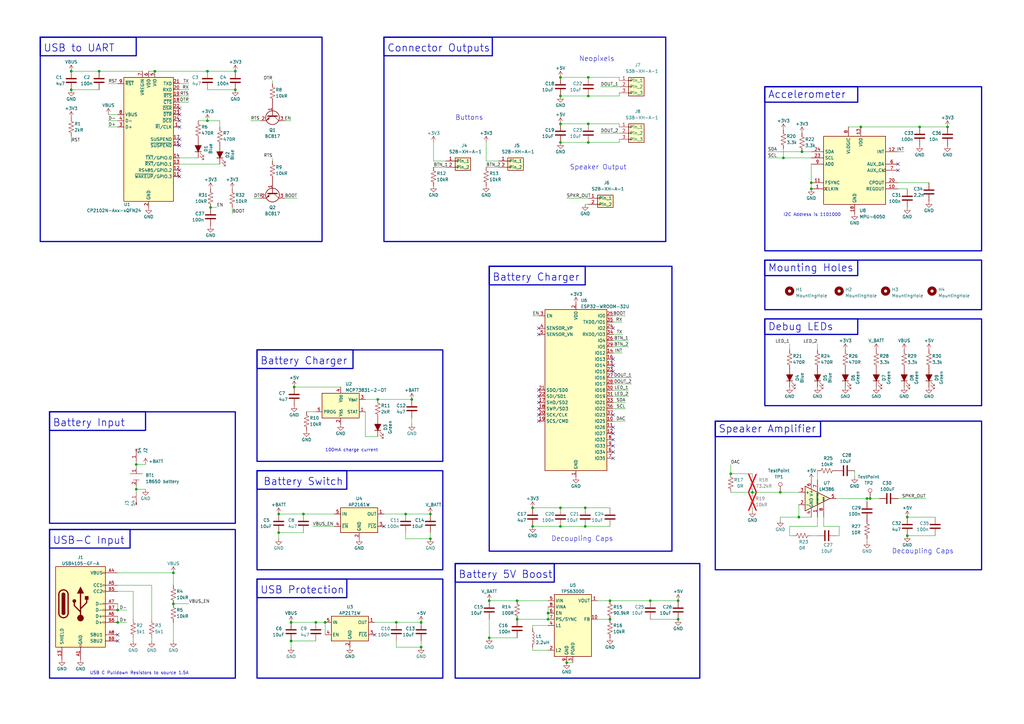
<source format=kicad_sch>
(kicad_sch (version 20230121) (generator eeschema)
  (paper "A3")
  (title_block (title "Lightsaber PCB") (rev "MK 1") (company "Miguel Manguerra"))
  (junction (at 114.3 218.44))
  (junction (at 241.3 39.37))
  (junction (at 278.13 246.38))
  (junction (at 85.09 49.53))
  (junction (at 356.87 204.47))
  (junction (at 162.56 255.27))
  (junction (at 332.74 77.47))
  (junction (at 327.66 212.09))
  (junction (at 229.87 50.8))
  (junction (at 114.3 210.82))
  (junction (at 55.88 190.5))
  (junction (at 332.74 74.93))
  (junction (at 48.26 255.27))
  (junction (at 86.36 85.09))
  (junction (at 308.61 201.93))
  (junction (at 266.7 246.38))
  (junction (at 229.87 31.75))
  (junction (at 250.19 246.38))
  (junction (at 168.91 163.83))
  (junction (at 71.12 247.65))
  (junction (at 96.52 29.21))
  (junction (at 229.87 215.9))
  (junction (at 55.88 200.66))
  (junction (at 63.5 29.21))
  (junction (at 241.3 31.75))
  (junction (at 29.21 29.21))
  (junction (at 119.38 255.27))
  (junction (at 172.72 255.27))
  (junction (at 176.53 220.98))
  (junction (at 229.87 58.42))
  (junction (at 299.72 194.31))
  (junction (at 218.44 215.9))
  (junction (at 224.79 251.46))
  (junction (at 241.3 58.42))
  (junction (at 212.09 246.38))
  (junction (at 120.65 158.75))
  (junction (at 229.87 208.28))
  (junction (at 328.93 62.23))
  (junction (at 241.3 50.8))
  (junction (at 320.04 201.93))
  (junction (at 240.03 208.28))
  (junction (at 218.44 208.28))
  (junction (at 372.11 212.09))
  (junction (at 388.62 52.07))
  (junction (at 124.46 210.82))
  (junction (at 321.31 64.77))
  (junction (at 166.37 210.82))
  (junction (at 240.03 215.9))
  (junction (at 129.54 255.27))
  (junction (at 176.53 210.82))
  (junction (at 372.11 219.71))
  (junction (at 278.13 254))
  (junction (at 229.87 39.37))
  (junction (at 154.94 163.83))
  (junction (at 250.19 254))
  (junction (at 377.19 52.07))
  (junction (at 96.52 36.83))
  (junction (at 71.12 234.95))
  (junction (at 48.26 250.19))
  (junction (at 40.64 29.21))
  (junction (at 29.21 36.83))
  (junction (at 200.66 246.38))
  (junction (at 232.41 271.78))
  (junction (at 353.06 52.07))
  (junction (at 212.09 254))
  (junction (at 200.66 261.62))
  (junction (at 355.6 204.47))
  (junction (at 133.35 255.27))
  (junction (at 85.09 29.21))
  (junction (at 224.79 254))
  (junction (at 172.72 265.43))
  (junction (at 119.38 262.89))
  (no_connect (at 220.98 167.64))
  (no_connect (at 73.66 52.07))
  (no_connect (at 251.46 152.4))
  (no_connect (at 73.66 49.53))
  (no_connect (at 220.98 165.1))
  (no_connect (at 251.46 170.18))
  (no_connect (at 220.98 160.02))
  (no_connect (at 368.3 69.85))
  (no_connect (at 153.67 260.35))
  (no_connect (at 73.66 69.85))
  (no_connect (at 73.66 44.45))
  (no_connect (at 73.66 59.69))
  (no_connect (at 251.46 185.42))
  (no_connect (at 251.46 149.86))
  (no_connect (at 73.66 72.39))
  (no_connect (at 73.66 57.15))
  (no_connect (at 220.98 134.62))
  (no_connect (at 251.46 175.26))
  (no_connect (at 48.26 260.35))
  (no_connect (at 220.98 137.16))
  (no_connect (at 73.66 46.99))
  (no_connect (at 157.48 215.9))
  (no_connect (at 251.46 134.62))
  (no_connect (at 220.98 172.72))
  (no_connect (at 251.46 182.88))
  (no_connect (at 251.46 187.96))
  (no_connect (at 251.46 177.8))
  (no_connect (at 48.26 262.89))
  (no_connect (at 251.46 180.34))
  (no_connect (at 220.98 162.56))
  (no_connect (at 251.46 147.32))
  (no_connect (at 368.3 67.31))
  (no_connect (at 220.98 170.18))
  (wire (pts (xy 177.8 68.58) (xy 182.88 68.58)))
  (wire (pts (xy 229.87 31.75) (xy 241.3 31.75)))
  (wire (pts (xy 81.28 49.53) (xy 85.09 49.53)))
  (wire (pts (xy 224.79 266.7) (xy 218.44 266.7)))
  (wire (pts (xy 77.47 39.37) (xy 73.66 39.37)))
  (wire (pts (xy 29.21 29.21) (xy 40.64 29.21)))
  (wire (pts (xy 353.06 52.07) (xy 377.19 52.07)))
  (wire (pts (xy 372.11 219.71) (xy 383.54 219.71)))
  (wire (pts (xy 55.88 200.66) (xy 55.88 199.39)))
  (wire (pts (xy 177.8 66.04) (xy 182.88 66.04)))
  (wire (pts (xy 246.38 35.56) (xy 254 35.56)))
  (wire (pts (xy 323.85 219.71) (xy 325.12 219.71)))
  (wire (pts (xy 347.98 52.07) (xy 353.06 52.07)))
  (wire (pts (xy 240.03 208.28) (xy 250.19 208.28)))
  (wire (pts (xy 60.96 29.21) (xy 63.5 29.21)))
  (wire (pts (xy 321.31 60.96) (xy 321.31 64.77)))
  (wire (pts (xy 77.47 36.83) (xy 73.66 36.83)))
  (wire (pts (xy 85.09 29.21) (xy 96.52 29.21)))
  (wire (pts (xy 162.56 255.27) (xy 172.72 255.27)))
  (wire (pts (xy 241.3 58.42) (xy 254 58.42)))
  (wire (pts (xy 199.39 58.42) (xy 199.39 66.04)))
  (wire (pts (xy 224.79 256.54) (xy 218.44 256.54)))
  (wire (pts (xy 59.69 190.5) (xy 55.88 190.5)))
  (wire (pts (xy 85.09 49.53) (xy 90.17 49.53)))
  (wire (pts (xy 224.79 251.46) (xy 224.79 254)))
  (wire (pts (xy 256.54 167.64) (xy 251.46 167.64)))
  (wire (pts (xy 368.3 204.47) (xy 379.73 204.47)))
  (wire (pts (xy 250.19 246.38) (xy 266.7 246.38)))
  (wire (pts (xy 245.11 254) (xy 250.19 254)))
  (wire (pts (xy 335.28 212.09) (xy 335.28 215.9)))
  (wire (pts (xy 266.7 254) (xy 278.13 254)))
  (wire (pts (xy 111.76 33.02) (xy 111.76 34.29)))
  (wire (pts (xy 29.21 36.83) (xy 40.64 36.83)))
  (wire (pts (xy 254 31.75) (xy 254 33.02)))
  (wire (pts (xy 232.41 81.28) (xy 241.3 81.28)))
  (wire (pts (xy 335.28 140.97) (xy 335.28 143.51)))
  (wire (pts (xy 154.94 163.83) (xy 168.91 163.83)))
  (wire (pts (xy 88.9 85.09) (xy 86.36 85.09)))
  (wire (pts (xy 256.54 172.72) (xy 251.46 172.72)))
  (wire (pts (xy 44.45 52.07) (xy 48.26 52.07)))
  (wire (pts (xy 257.81 142.24) (xy 251.46 142.24)))
  (wire (pts (xy 95.25 85.09) (xy 95.25 87.63)))
  (wire (pts (xy 356.87 204.47) (xy 355.6 204.47)))
  (wire (pts (xy 355.6 222.25) (xy 355.6 220.98)))
  (wire (pts (xy 342.9 219.71) (xy 344.17 219.71)))
  (wire (pts (xy 104.14 81.28) (xy 106.68 81.28)))
  (wire (pts (xy 344.17 219.71) (xy 344.17 215.9)))
  (wire (pts (xy 332.74 212.09) (xy 327.66 212.09)))
  (wire (pts (xy 120.65 158.75) (xy 139.7 158.75)))
  (wire (pts (xy 332.74 67.31) (xy 332.74 74.93)))
  (wire (pts (xy 299.72 201.93) (xy 308.61 201.93)))
  (wire (pts (xy 55.88 189.23) (xy 55.88 190.5)))
  (wire (pts (xy 328.93 62.23) (xy 332.74 62.23)))
  (wire (pts (xy 55.88 201.93) (xy 55.88 200.66)))
  (wire (pts (xy 54.61 254) (xy 54.61 242.57)))
  (wire (pts (xy 254 58.42) (xy 254 57.15)))
  (wire (pts (xy 241.3 39.37) (xy 254 39.37)))
  (wire (pts (xy 119.38 262.89) (xy 119.38 265.43)))
  (wire (pts (xy 114.3 218.44) (xy 114.3 220.98)))
  (wire (pts (xy 257.81 139.7) (xy 251.46 139.7)))
  (wire (pts (xy 323.85 140.97) (xy 323.85 143.51)))
  (wire (pts (xy 321.31 64.77) (xy 332.74 64.77)))
  (wire (pts (xy 256.54 165.1) (xy 251.46 165.1)))
  (wire (pts (xy 71.12 234.95) (xy 71.12 240.03)))
  (wire (pts (xy 229.87 58.42) (xy 241.3 58.42)))
  (wire (pts (xy 129.54 262.89) (xy 119.38 262.89)))
  (wire (pts (xy 251.46 144.78) (xy 255.27 144.78)))
  (wire (pts (xy 62.23 240.03) (xy 62.23 254)))
  (wire (pts (xy 224.79 248.92) (xy 224.79 251.46)))
  (wire (pts (xy 266.7 246.38) (xy 278.13 246.38)))
  (wire (pts (xy 240.03 83.82) (xy 241.3 83.82)))
  (wire (pts (xy 48.26 234.95) (xy 71.12 234.95)))
  (wire (pts (xy 356.87 204.47) (xy 360.68 204.47)))
  (wire (pts (xy 229.87 39.37) (xy 241.3 39.37)))
  (wire (pts (xy 77.47 247.65) (xy 71.12 247.65)))
  (wire (pts (xy 133.35 255.27) (xy 133.35 260.35)))
  (wire (pts (xy 254 39.37) (xy 254 38.1)))
  (wire (pts (xy 44.45 46.99) (xy 48.26 46.99)))
  (wire (pts (xy 77.47 41.91) (xy 73.66 41.91)))
  (wire (pts (xy 200.66 254) (xy 200.66 261.62)))
  (wire (pts (xy 111.76 64.77) (xy 111.76 66.04)))
  (wire (pts (xy 121.92 81.28) (xy 116.84 81.28)))
  (wire (pts (xy 177.8 58.42) (xy 177.8 66.04)))
  (wire (pts (xy 254 50.8) (xy 254 52.07)))
  (wire (pts (xy 320.04 212.09) (xy 327.66 212.09)))
  (wire (pts (xy 342.9 204.47) (xy 355.6 204.47)))
  (wire (pts (xy 327.66 212.09) (xy 327.66 207.01)))
  (wire (pts (xy 176.53 218.44) (xy 176.53 220.98)))
  (wire (pts (xy 218.44 129.54) (xy 220.98 129.54)))
  (wire (pts (xy 246.38 54.61) (xy 254 54.61)))
  (wire (pts (xy 355.6 205.74) (xy 355.6 204.47)))
  (wire (pts (xy 229.87 50.8) (xy 241.3 50.8)))
  (wire (pts (xy 48.26 240.03) (xy 62.23 240.03)))
  (wire (pts (xy 48.26 255.27) (xy 48.26 252.73)))
  (wire (pts (xy 245.11 246.38) (xy 250.19 246.38)))
  (wire (pts (xy 157.48 210.82) (xy 166.37 210.82)))
  (wire (pts (xy 241.3 31.75) (xy 254 31.75)))
  (wire (pts (xy 370.84 62.23) (xy 368.3 62.23)))
  (wire (pts (xy 255.27 132.08) (xy 251.46 132.08)))
  (wire (pts (xy 62.23 261.62) (xy 62.23 262.89)))
  (wire (pts (xy 125.73 168.91) (xy 129.54 168.91)))
  (wire (pts (xy 232.41 271.78) (xy 234.95 271.78)))
  (wire (pts (xy 308.61 201.93) (xy 320.04 201.93)))
  (wire (pts (xy 229.87 215.9) (xy 240.03 215.9)))
  (wire (pts (xy 48.26 250.19) (xy 48.26 247.65)))
  (wire (pts (xy 332.74 219.71) (xy 335.28 219.71)))
  (wire (pts (xy 368.3 77.47) (xy 372.11 77.47)))
  (wire (pts (xy 54.61 261.62) (xy 54.61 262.89)))
  (wire (pts (xy 241.3 50.8) (xy 254 50.8)))
  (wire (pts (xy 314.96 62.23) (xy 328.93 62.23)))
  (wire (pts (xy 52.07 250.19) (xy 48.26 250.19)))
  (wire (pts (xy 323.85 215.9) (xy 323.85 219.71)))
  (wire (pts (xy 129.54 255.27) (xy 133.35 255.27)))
  (wire (pts (xy 154.94 179.07) (xy 149.86 179.07)))
  (wire (pts (xy 218.44 256.54) (xy 218.44 257.81)))
  (wire (pts (xy 332.74 74.93) (xy 332.74 77.47)))
  (wire (pts (xy 218.44 215.9) (xy 229.87 215.9)))
  (wire (pts (xy 299.72 194.31) (xy 308.61 194.31)))
  (wire (pts (xy 162.56 265.43) (xy 162.56 262.89)))
  (wire (pts (xy 162.56 265.43) (xy 172.72 265.43)))
  (wire (pts (xy 55.88 200.66) (xy 59.69 200.66)))
  (wire (pts (xy 256.54 129.54) (xy 251.46 129.54)))
  (wire (pts (xy 368.3 74.93) (xy 381 74.93)))
  (wire (pts (xy 73.66 64.77) (xy 81.28 64.77)))
  (wire (pts (xy 344.17 215.9) (xy 337.82 215.9)))
  (wire (pts (xy 55.88 190.5) (xy 55.88 191.77)))
  (wire (pts (xy 212.09 246.38) (xy 224.79 246.38)))
  (wire (pts (xy 212.09 254) (xy 224.79 254)))
  (wire (pts (xy 90.17 49.53) (xy 90.17 52.07)))
  (wire (pts (xy 218.44 208.28) (xy 229.87 208.28)))
  (wire (pts (xy 168.91 173.99) (xy 168.91 171.45)))
  (wire (pts (xy 350.52 195.58) (xy 350.52 193.04)))
  (wire (pts (xy 200.66 246.38) (xy 212.09 246.38)))
  (wire (pts (xy 377.19 52.07) (xy 388.62 52.07)))
  (wire (pts (xy 77.47 34.29) (xy 73.66 34.29)))
  (wire (pts (xy 314.96 64.77) (xy 321.31 64.77)))
  (wire (pts (xy 299.72 190.5) (xy 299.72 194.31)))
  (wire (pts (xy 259.08 157.48) (xy 251.46 157.48)))
  (wire (pts (xy 335.28 215.9) (xy 323.85 215.9)))
  (wire (pts (xy 124.46 210.82) (xy 137.16 210.82)))
  (wire (pts (xy 320.04 212.09) (xy 320.04 213.36)))
  (wire (pts (xy 200.66 261.62) (xy 212.09 261.62)))
  (wire (pts (xy 85.09 36.83) (xy 96.52 36.83)))
  (wire (pts (xy 240.03 215.9) (xy 250.19 215.9)))
  (wire (pts (xy 128.27 215.9) (xy 137.16 215.9)))
  (wire (pts (xy 124.46 218.44) (xy 114.3 218.44)))
  (wire (pts (xy 119.38 49.53) (xy 116.84 49.53)))
  (wire (pts (xy 218.44 266.7) (xy 218.44 265.43)))
  (wire (pts (xy 114.3 210.82) (xy 124.46 210.82)))
  (wire (pts (xy 335.28 193.04) (xy 335.28 196.85)))
  (wire (pts (xy 255.27 137.16) (xy 251.46 137.16)))
  (wire (pts (xy 172.72 265.43) (xy 172.72 262.89)))
  (wire (pts (xy 106.68 49.53) (xy 102.87 49.53)))
  (wire (pts (xy 149.86 163.83) (xy 154.94 163.83)))
  (wire (pts (xy 199.39 68.58) (xy 204.47 68.58)))
  (wire (pts (xy 119.38 255.27) (xy 129.54 255.27)))
  (wire (pts (xy 199.39 66.04) (xy 204.47 66.04)))
  (wire (pts (xy 229.87 208.28) (xy 240.03 208.28)))
  (wire (pts (xy 149.86 168.91) (xy 149.86 179.07)))
  (wire (pts (xy 73.66 67.31) (xy 90.17 67.31)))
  (wire (pts (xy 166.37 210.82) (xy 176.53 210.82)))
  (wire (pts (xy 153.67 255.27) (xy 162.56 255.27)))
  (wire (pts (xy 259.08 154.94) (xy 251.46 154.94)))
  (wire (pts (xy 166.37 218.44) (xy 166.37 220.98)))
  (wire (pts (xy 337.82 215.9) (xy 337.82 212.09)))
  (wire (pts (xy 372.11 212.09) (xy 383.54 212.09)))
  (wire (pts (xy 320.04 201.93) (xy 327.66 201.93)))
  (wire (pts (xy 71.12 262.89) (xy 71.12 255.27)))
  (wire (pts (xy 29.21 55.88) (xy 29.21 58.42)))
  (wire (pts (xy 44.45 34.29) (xy 48.26 34.29)))
  (wire (pts (xy 251.46 160.02) (xy 257.81 160.02)))
  (wire (pts (xy 251.46 162.56) (xy 257.81 162.56)))
  (wire (pts (xy 166.37 220.98) (xy 176.53 220.98)))
  (wire (pts (xy 44.45 49.53) (xy 48.26 49.53)))
  (wire (pts (xy 54.61 242.57) (xy 48.26 242.57)))
  (wire (pts (xy 52.07 255.27) (xy 48.26 255.27)))
  (wire (pts (xy 40.64 29.21) (xy 58.42 29.21)))
  (wire (pts (xy 63.5 29.21) (xy 85.09 29.21)))
  (rectangle (start 105.41 193.04) (end 181.61 233.68) (stroke (width 0.5)))
  (rectangle (start 157.48 15.24) (end 201.93 22.86) (stroke (width 0.5)))
  (rectangle (start 20.32 217.17) (end 53.34 224.79) (stroke (width 0.5)))
  (rectangle (start 105.41 237.49) (end 142.24 245.11) (stroke (width 0.5)))
  (rectangle (start 20.32 168.91) (end 96.52 214.63) (stroke (width 0.5)))
  (rectangle (start 313.69 106.68) (end 402.59 127) (stroke (width 0.5)))
  (rectangle (start 313.69 130.81) (end 402.59 166.37) (stroke (width 0.5)))
  (rectangle (start 200.66 109.22) (end 275.59 226.06) (stroke (width 0.5)))
  (rectangle (start 313.69 35.56) (end 351.79 41.91) (stroke (width 0.5)))
  (rectangle (start 20.32 217.17) (end 96.52 278.13) (stroke (width 0.5)))
  (rectangle (start 20.32 168.91) (end 59.69 176.53) (stroke (width 0.5)))
  (rectangle (start 16.51 15.24) (end 132.08 99.06) (stroke (width 0.5)))
  (rectangle (start 313.69 35.56) (end 402.59 102.87) (stroke (width 0.5)))
  (rectangle (start 186.69 231.14) (end 227.33 238.76) (stroke (width 0.5)))
  (rectangle (start 105.41 143.51) (end 181.61 189.23) (stroke (width 0.5)))
  (rectangle (start 313.69 130.81) (end 351.79 137.16) (stroke (width 0.5)))
  (rectangle (start 105.41 143.51) (end 144.78 151.13) (stroke (width 0.5)))
  (rectangle (start 313.69 106.68) (end 351.79 113.03) (stroke (width 0.5)))
  (rectangle (start 186.69 231.14) (end 287.02 278.13) (stroke (width 0.5)))
  (rectangle (start 200.66 109.22) (end 240.03 116.84) (stroke (width 0.5)))
  (rectangle (start 105.41 193.04) (end 142.24 200.66) (stroke (width 0.5)))
  (rectangle (start 293.37 172.72) (end 402.59 233.68) (stroke (width 0.5)))
  (rectangle (start 293.37 172.72) (end 336.55 179.07) (stroke (width 0.5)))
  (rectangle (start 16.51 15.24) (end 55.88 22.86) (stroke (width 0.5)))
  (rectangle (start 157.48 15.24) (end 273.05 99.06) (stroke (width 0.5)))
  (rectangle (start 105.41 237.49) (end 181.61 278.13) (stroke (width 0.5)))
  (text "Decoupling Caps" (at 226.06 222.25 0) (effects (font (size 2 2)) (justify left bottom)))
  (text "Buttons\n" (at 186.69 49.53 0) (effects (font (size 2 2)) (justify left bottom)))
  (text "Battery Charger" (at 201.93 115.57 0) (effects (font (size 3 3) (thickness 0.254) bold) (justify left bottom)))
  (text "Battery Input" (at 21.59 175.26 0) (effects (font (size 3 3) (thickness 0.254) bold) (justify left bottom)))
  (text "Accelerometer\n" (at 314.96 40.64 0) (effects (font (size 3 3) (thickness 0.254) bold) (justify left bottom)))
  (text "Mounting Holes" (at 314.96 111.76 0) (effects (font (size 3 3) (thickness 0.254) bold) (justify left bottom)))
  (text "I2C Address is 1101000" (at 321.31 88.9 0) (effects (font (size 1.27 1.27)) (justify left bottom)))
  (text "Battery 5V Boost" (at 187.96 237.49 0) (effects (font (size 3 3) (thickness 0.254) bold) (justify left bottom)))
  (text "Neopixels\n" (at 237.49 25.4 0) (effects (font (size 2 2)) (justify left bottom)))
  (text "Battery Switch" (at 107.95 199.39 0) (effects (font (size 3 3) (thickness 0.254) bold) (justify left bottom)))
  (text "Debug LEDs" (at 314.96 135.89 0) (effects (font (size 3 3) (thickness 0.254) bold) (justify left bottom)))
  (text "100mA charge current" (at 133.35 185.42 0) (effects (font (size 1.27 1.27)) (justify left bottom)))
  (text "Speaker Amplifier" (at 294.64 177.8 0) (effects (font (size 3 3) (thickness 0.254) bold) (justify left bottom)))
  (text "USB-C Input\n" (at 21.59 223.52 0) (effects (font (size 3 3) (thickness 0.254) bold) (justify left bottom)))
  (text "USB Protection" (at 106.68 243.84 0) (effects (font (size 3 3) (thickness 0.254) bold) (justify left bottom)))
  (text "USB C Pulldown Resistors to source 1.5A" (at 36.83 276.86 0) (effects (font (size 1.27 1.27)) (justify left bottom)))
  (text "Battery Charger" (at 106.68 149.86 0) (effects (font (size 3 3) (thickness 0.254) bold) (justify left bottom)))
  (text "Decoupling Caps" (at 365.76 227.33 0) (effects (font (size 2 2)) (justify left bottom)))
  (text "Speaker Output\n" (at 233.68 69.85 0) (effects (font (size 2 2)) (justify left bottom)))
  (text "Connector Outputs" (at 158.75 21.59 0) (effects (font (size 3 3) (thickness 0.254) bold) (justify left bottom)))
  (text "USB to UART" (at 17.78 21.59 0) (effects (font (size 3 3) (thickness 0.254) bold) (justify left bottom)))
  (label "RTS" (at 102.87 49.53 0))
  (label "D+" (at 44.45 52.07 0))
  (label "D-" (at 44.45 49.53 0))
  (label "SPKR_OUT" (at 379.73 204.47 180))
  (label "DOUT_1" (at 259.08 154.94 180))
  (label "VBUS_EN" (at 128.27 215.9 0))
  (label "LED_1" (at 257.81 160.02 180))
  (label "LED_2" (at 335.28 140.97 180))
  (label "SDA" (at 314.96 62.23 0))
  (label "D-" (at 52.07 250.19 180))
  (label "EN" (at 88.9 85.09 0))
  (label "SPKR_OUT" (at 232.41 81.28 0))
  (label "TX" (at 77.47 34.29 180))
  (label "BOOT" (at 95.25 87.63 0))
  (label "SDA" (at 256.54 165.1 180))
  (label "EN" (at 119.38 49.53 180))
  (label "DOUT_2" (at 246.38 54.61 0))
  (label "BOOT" (at 256.54 129.54 180))
  (label "BOOT" (at 121.92 81.28 180))
  (label "BTN_2" (at 257.81 142.24 180))
  (label "DAC" (at 299.72 190.5 0))
  (label "SCL" (at 256.54 167.64 180))
  (label "BTN_1" (at 177.8 68.58 0))
  (label "DTR" (at 104.14 81.28 0))
  (label "RST" (at 29.21 58.42 0))
  (label "RTS" (at 77.47 39.37 180))
  (label "DTR" (at 77.47 41.91 180))
  (label "BTN_1" (at 257.81 139.7 180))
  (label "DOUT_2" (at 259.08 157.48 180))
  (label "LED_1" (at 323.85 140.97 180))
  (label "RTS" (at 111.76 64.77 180))
  (label "EN" (at 218.44 129.54 0))
  (label "DTR" (at 111.76 33.02 180))
  (label "SCL" (at 314.96 64.77 0))
  (label "INT" (at 370.84 62.23 180))
  (label "RX" (at 255.27 132.08 180))
  (label "TX" (at 255.27 137.16 180))
  (label "LED_2" (at 257.81 162.56 180))
  (label "RX" (at 77.47 36.83 180))
  (label "D+" (at 52.07 255.27 180))
  (label "DOUT_1" (at 246.38 35.56 0))
  (label "DAC" (at 256.54 172.72 180))
  (label "INT" (at 255.27 144.78 180))
  (label "RST" (at 44.45 34.29 0))
  (label "VBUS_EN" (at 77.47 247.65 0))
  (label "BTN_2" (at 199.39 68.58 0))
  (symbol (lib_id "power:+5V") (at 229.87 50.8 0) (unit 1)
    (property "Reference" "#PWR043" (effects hide))
    (property "Value" "+5V" (at 229.87 46.99 0))
  )
  (symbol (lib_id "power:GND") (at 96.52 36.83 0) (unit 1)
    (property "Reference" "#PWR016" (effects hide))
    (property "Value" "GND" (at 96.52 40.64 0))
  )
  (symbol (lib_id "power:+BATT") (at 168.91 163.83 0) (unit 1)
    (property "Reference" "#PWR027" (effects hide))
    (property "Value" "+BATT" (at 168.91 160.02 0))
  )
  (symbol (lib_id "Device:C") (at 120.65 162.56 0) (unit 1)
    (property "Reference" "C7" (at 114.3 161.29 0) (effects (justify left)))
    (property "Value" "4u7" (at 114.3 163.83 0) (effects (justify left)))
    (property "Footprint" "Capacitor_SMD:C_0603_1608Metric_Pad1.08x0.95mm_HandSolder" (effects hide))
    (property "Digikey Part Number" "1276-1044-1-ND" (effects hide))
    (property "Manufacturer Part Number" "CL10A475KP8NNNC" (effects hide))
  )
  (symbol (lib_id "power:VBUS") (at 44.45 46.99 0) (unit 1)
    (property "Reference" "#PWR06" (effects hide))
    (property "Value" "VBUS" (at 44.45 43.18 0))
  )
  (symbol (lib_id "Device:C") (at 85.09 33.02 0) (unit 1)
    (property "Reference" "C3" (at 78.74 31.75 0) (effects (justify left)))
    (property "Value" "4u7" (at 78.74 34.29 0) (effects (justify left)))
    (property "Footprint" "Capacitor_SMD:C_0603_1608Metric_Pad1.08x0.95mm_HandSolder" (effects hide))
    (property "Digikey Part Number" "1276-1044-1-ND" (effects hide))
    (property "Manufacturer Part Number" "CL10A475KP8NNNC" (effects hide))
  )
  (symbol (lib_id "Device:R_US") (at 250.19 257.81 0) (unit 1)
    (property "Reference" "R16" (at 251.46 256.54 0) (effects (justify left)))
    (property "Value" "10kR" (at 251.46 259.08 0) (effects (justify left)))
    (property "Footprint" "Resistor_SMD:R_0603_1608Metric_Pad0.98x0.95mm_HandSolder" (effects hide))
    (property "Digikey Part Number" "RNCP0603FTD10K0CT-ND" (effects hide))
    (property "Manufacturer Part Number" "RNCP0603FTD10K0" (effects hide))
  )
  (symbol (lib_id "Device:R_US") (at 212.09 250.19 0) (unit 1)
    (property "Reference" "R14" (at 205.74 248.92 0) (effects (justify left)))
    (property "Value" "100R" (at 205.74 251.46 0) (effects (justify left)))
    (property "Footprint" "Resistor_SMD:R_0603_1608Metric_Pad0.98x0.95mm_HandSolder" (effects hide))
    (property "Digikey Part Number" "RMCF0603FT100RCT-ND" (effects hide))
    (property "Manufacturer Part Number" "RMCF0603FT100R" (effects hide))
  )
  (symbol (lib_id "Transistor_BJT:BC817") (at 111.76 78.74 270) (unit 1)
    (property "Reference" "Q2" (at 111.76 85.09 90))
    (property "Value" "BC817" (at 111.76 87.63 90))
    (property "Footprint" "Package_TO_SOT_SMD:SOT-23" (effects hide))
    (property "Datasheet" "https://www.onsemi.com/pub/Collateral/BC818-D.pdf" (effects hide))
    (property "Digikey Part Number" "1727-4844-1-ND" (effects hide))
    (property "Manufacturer Part Number" "BC817,215" (effects hide))
  )
  (symbol (lib_id "Device:R_US") (at 359.41 147.32 0) (unit 1)
    (property "Reference" "R28" (at 360.68 146.05 0) (effects (justify left)))
    (property "Value" "3.3k" (at 360.68 148.59 0) (effects (justify left)))
    (property "Footprint" "Resistor_SMD:R_0603_1608Metric_Pad0.98x0.95mm_HandSolder" (effects hide))
    (property "Digikey Part Number" "RMCF0603FT3K30CT-ND" (effects hide))
    (property "Manufacturer Part Number" "RMCF0603FT3K30" (effects hide))
  )
  (symbol (lib_id "Device:R_US") (at 328.93 58.42 0) (unit 1)
    (property "Reference" "R22" (at 330.2 57.15 0) (effects (justify left)))
    (property "Value" "3.3k" (at 330.2 59.69 0) (effects (justify left)))
    (property "Footprint" "Resistor_SMD:R_0603_1608Metric_Pad0.98x0.95mm_HandSolder" (effects hide))
    (property "Digikey Part Number" "RMCF0603FT3K30CT-ND" (effects hide))
    (property "Manufacturer Part Number" "RMCF0603FT3K30" (effects hide))
  )
  (symbol (lib_id "power:+3V3") (at 96.52 29.21 0) (unit 1)
    (property "Reference" "#PWR015" (effects hide))
    (property "Value" "+3V3" (at 96.52 25.4 0))
  )
  (symbol (lib_id "power:GND") (at 323.85 158.75 0) (unit 1)
    (property "Reference" "#PWR055" (effects hide))
    (property "Value" "GND" (at 323.85 162.56 0))
  )
  (symbol (lib_id "Mechanical:MountingHole") (at 363.22 119.38 0) (unit 1)
    (property "Reference" "H3" (at 365.76 118.745 0) (effects (justify left)))
    (property "Value" "MountingHole" (at 365.76 121.285 0) (effects (justify left)))
    (property "Footprint" "MountingHole:MountingHole_3.2mm_M3" (effects hide))
  )
  (symbol (lib_id "Device:LED_Filled") (at 323.85 154.94 90) (unit 1)
    (property "Reference" "D4" (at 327.025 154.94 0))
    (property "Value" "Blue" (at 328.93 154.94 0))
    (property "Footprint" "LED_SMD:LED_0603_1608Metric_Pad1.05x0.95mm_HandSolder" (effects hide))
    (property "Manufacturer Part Number" "LTST-C193TBKT-5A" (effects hide))
    (property "Digikey Part Number" "160-1827-1-ND" (effects hide))
  )
  (symbol (lib_id "power:GND") (at 229.87 58.42 0) (unit 1)
    (property "Reference" "#PWR044" (effects hide))
    (property "Value" "GND" (at 229.87 62.23 0))
  )
  (symbol (lib_id "power:+3V3") (at 29.21 48.26 0) (unit 1)
    (property "Reference" "#PWR04" (effects hide))
    (property "Value" "+3V3" (at 29.21 44.45 0))
  )
  (symbol (lib_id "Device:C") (at 124.46 214.63 0) (unit 1)
    (property "Reference" "C8" (at 118.11 213.36 0) (effects (justify left)))
    (property "Value" "4u7" (at 118.11 215.9 0) (effects (justify left)))
    (property "Footprint" "Capacitor_SMD:C_0603_1608Metric_Pad1.08x0.95mm_HandSolder" (effects hide))
    (property "Digikey Part Number" "1276-1044-1-ND" (effects hide))
    (property "Manufacturer Part Number" "CL10A475KP8NNNC" (effects hide))
  )
  (symbol (lib_id "power:GND") (at 250.19 261.62 0) (unit 1)
    (property "Reference" "#PWR049" (effects hide))
    (property "Value" "GND" (at 250.19 265.43 0))
  )
  (symbol (lib_id "power:GND") (at 332.74 77.47 0) (unit 1)
    (property "Reference" "#PWR057" (effects hide))
    (property "Value" "GND" (at 332.74 81.28 0))
  )
  (symbol (lib_id "Device:R_US") (at 62.23 257.81 0) (unit 1)
    (property "Reference" "R3" (at 63.5 256.54 0) (effects (justify left)))
    (property "Value" "5k1" (at 63.5 259.08 0) (effects (justify left)))
    (property "Footprint" "Resistor_SMD:R_0603_1608Metric_Pad0.98x0.95mm_HandSolder" (effects hide))
    (property "Digikey Part Number" "13-AC0603FR-135K1LCT-ND" (effects hide))
    (property "Manufacturer Part Number" "AC0603FR-135K1L" (effects hide))
  )
  (symbol (lib_id "Device:L") (at 218.44 261.62 0) (unit 1)
    (property "Reference" "L1" (at 219.71 260.985 0) (effects (justify left)))
    (property "Value" "2.2uH" (at 219.71 263.525 0) (effects (justify left)))
    (property "Footprint" "Inductor_SMD:L_1008_2520Metric_Pad1.43x2.20mm_HandSolder" (effects hide))
    (property "Digikey Part Number" "490-5114-1-ND" (effects hide))
    (property "Manufacturer Part Number" "LQM2HPN2R2MG0L" (effects hide))
  )
  (symbol (lib_id "power:+5V") (at 381 143.51 0) (unit 1)
    (property "Reference" "#PWR074" (effects hide))
    (property "Value" "+5V" (at 381 139.7 0))
  )
  (symbol (lib_id "Device:R_US") (at 95.25 81.28 0) (unit 1)
    (property "Reference" "R32" (at 96.52 80.01 0) (effects (justify left)))
    (property "Value" "10kR" (at 96.52 82.55 0) (effects (justify left)))
    (property "Footprint" "Resistor_SMD:R_0603_1608Metric_Pad0.98x0.95mm_HandSolder" (effects hide))
    (property "Digikey Part Number" "RNCP0603FTD10K0CT-ND" (effects hide))
    (property "Manufacturer Part Number" "RNCP0603FTD10K0" (effects hide))
  )
  (symbol (lib_id "Miguel:S3B-XH-A-1") (at 257.81 49.53 0) (unit 1)
    (property "Reference" "J8" (at 260.35 45.72 0) (effects (justify left)))
    (property "Value" "S3B-XH-A-1" (at 256.54 48.26 0) (effects (justify left)))
    (property "Footprint" "Miguel:S3B-XH-A-1" (effects hide))
    (property "Digikey Part Number" "455-S3B-XH-A-1-ND" (effects hide))
    (property "Manufacturer Part Number" "S3B-XH-A-1" (effects hide))
  )
  (symbol (lib_id "power:+3V3") (at 86.36 77.47 0) (unit 1)
    (property "Reference" "#PWR079" (effects hide))
    (property "Value" "+3V3" (at 86.36 73.66 0))
  )
  (symbol (lib_id "power:GND") (at 200.66 261.62 0) (unit 1)
    (property "Reference" "#PWR038" (effects hide))
    (property "Value" "GND" (at 200.66 265.43 0))
  )
  (symbol (lib_id "power:GND") (at 381 158.75 0) (unit 1)
    (property "Reference" "#PWR075" (effects hide))
    (property "Value" "GND" (at 381 162.56 0))
  )
  (symbol (lib_id "Device:C") (at 372.11 215.9 0) (unit 1)
    (property "Reference" "C32" (at 365.76 214.63 0) (effects (justify left)))
    (property "Value" "4u7" (at 365.76 217.17 0) (effects (justify left)))
    (property "Footprint" "Capacitor_SMD:C_0603_1608Metric_Pad1.08x0.95mm_HandSolder" (effects hide))
    (property "Digikey Part Number" "1276-1044-1-ND" (effects hide))
    (property "Manufacturer Part Number" "CL10A475KP8NNNC" (effects hide))
  )
  (symbol (lib_id "Device:C") (at 278.13 250.19 0) (unit 1)
    (property "Reference" "C26" (at 271.78 248.92 0) (effects (justify left)))
    (property "Value" "10uF" (at 270.51 251.46 0) (effects (justify left)))
    (property "Footprint" "Capacitor_SMD:C_0603_1608Metric_Pad1.08x0.95mm_HandSolder" (effects hide))
    (property "Digikey Part Number" "1276-1871-1-ND" (effects hide))
    (property "Manufacturer Part Number" "CL10A106MP8NNNC" (effects hide))
  )
  (symbol (lib_id "power:GND") (at 372.11 85.09 0) (unit 1)
    (property "Reference" "#PWR069" (effects hide))
    (property "Value" "GND" (at 372.11 88.9 0))
  )
  (symbol (lib_id "power:GND") (at 25.4 270.51 0) (unit 1)
    (property "Reference" "#PWR01" (effects hide))
    (property "Value" "GND" (at 25.4 274.32 0))
  )
  (symbol (lib_id "power:GND") (at 199.39 76.2 0) (unit 1)
    (property "Reference" "#PWR036" (effects hide))
    (property "Value" "GND" (at 199.39 80.01 0))
  )
  (symbol (lib_id "power:GND") (at 372.11 219.71 0) (unit 1)
    (property "Reference" "#PWR071" (effects hide))
    (property "Value" "GND" (at 372.11 223.52 0))
  )
  (symbol (lib_id "Mechanical:MountingHole") (at 382.27 119.38 0) (unit 1)
    (property "Reference" "H4" (at 384.81 118.745 0) (effects (justify left)))
    (property "Value" "MountingHole" (at 384.81 121.285 0) (effects (justify left)))
    (property "Footprint" "MountingHole:MountingHole_3.2mm_M3" (effects hide))
  )
  (symbol (lib_id "power:VBUS") (at 119.38 255.27 0) (unit 1)
    (property "Reference" "#PWR019" (effects hide))
    (property "Value" "VBUS" (at 119.38 251.46 0))
  )
  (symbol (lib_id "Amplifier_Audio:LM386") (at 335.28 204.47 0) (unit 1)
    (property "Reference" "U7" (at 339.09 198.12 0))
    (property "Value" "LM386" (at 339.09 200.66 0))
    (property "Footprint" "Package_SO:SOIC-8-1EP_3.9x4.9mm_P1.27mm_EP2.29x3mm_ThermalVias" (effects hide))
    (property "Datasheet" "http://www.ti.com/lit/ds/symlink/lm386.pdf" (effects hide))
    (property "Digikey Part Number" "LM386MX-1/NOPBCT-ND" (effects hide))
    (property "Manufacturer Part Number" "LM386MX-1/NOPB" (effects hide))
  )
  (symbol (lib_id "power:GND") (at 86.36 92.71 0) (unit 1)
    (property "Reference" "#PWR078" (effects hide))
    (property "Value" "GND" (at 86.36 96.52 0))
  )
  (symbol (lib_id "power:GND") (at 381 82.55 0) (unit 1)
    (property "Reference" "#PWR073" (effects hide))
    (property "Value" "GND" (at 381 86.36 0))
  )
  (symbol (lib_id "Device:R_US") (at 308.61 198.12 0) (unit 1) (dnp yes)
    (property "Reference" "R18" (at 311.15 196.85 0) (effects (justify left)))
    (property "Value" "73.2kR" (at 309.88 199.39 0) (effects (justify left)))
    (property "Footprint" "Resistor_SMD:R_0603_1608Metric_Pad0.98x0.95mm_HandSolder" (effects hide))
    (property "Digikey Part Number" "311-73.2KHRCT-ND" (effects hide))
    (property "Manufacturer Part Number" "RC0603FR-0773K2L" (effects hide))
  )
  (symbol (lib_id "power:+3V3") (at 177.8 58.42 0) (unit 1)
    (property "Reference" "#PWR033" (effects hide))
    (property "Value" "+3V3" (at 177.8 54.61 0))
  )
  (symbol (lib_id "power:GND") (at 218.44 215.9 0) (unit 1)
    (property "Reference" "#PWR040" (effects hide))
    (property "Value" "GND" (at 218.44 219.71 0))
  )
  (symbol (lib_id "power:VBUS") (at 29.21 29.21 0) (unit 1)
    (property "Reference" "#PWR02" (effects hide))
    (property "Value" "VBUS" (at 29.21 25.4 0))
  )
  (symbol (lib_id "Device:R_US") (at 335.28 147.32 0) (unit 1)
    (property "Reference" "R24" (at 336.55 146.05 0) (effects (justify left)))
    (property "Value" "470R" (at 336.55 148.59 0) (effects (justify left)))
    (property "Footprint" "Resistor_SMD:R_0603_1608Metric_Pad0.98x0.95mm_HandSolder" (effects hide))
    (property "Digikey Part Number" "13-RC0603FR-13470RLCT-ND" (effects hide))
    (property "Manufacturer Part Number" "RC0603FR-13470RL" (effects hide))
  )
  (symbol (lib_id "Mechanical:MountingHole") (at 344.17 119.38 0) (unit 1)
    (property "Reference" "H2" (at 346.71 118.745 0) (effects (justify left)))
    (property "Value" "MountingHole" (at 346.71 121.285 0) (effects (justify left)))
    (property "Footprint" "MountingHole:MountingHole_3.2mm_M3" (effects hide))
  )
  (symbol (lib_id "power:GND") (at 377.19 59.69 0) (unit 1)
    (property "Reference" "#PWR072" (effects hide))
    (property "Value" "GND" (at 377.19 63.5 0))
  )
  (symbol (lib_id "Device:C") (at 372.11 81.28 0) (unit 1)
    (property "Reference" "C31" (at 365.76 80.01 0) (effects (justify left)))
    (property "Value" "100n" (at 364.49 82.55 0) (effects (justify left)))
    (property "Footprint" "Capacitor_SMD:C_0603_1608Metric_Pad1.08x0.95mm_HandSolder" (effects hide))
    (property "Digikey Part Number" "1276-CL10B104KB8NNNLCT-ND" (effects hide))
    (property "Manufacturer Part Number" "CL10B104KB8NNNL" (effects hide))
  )
  (symbol (lib_id "power:GND") (at 370.84 158.75 0) (unit 1)
    (property "Reference" "#PWR068" (effects hide))
    (property "Value" "GND" (at 370.84 162.56 0))
  )
  (symbol (lib_id "Mechanical:MountingHole") (at 323.85 119.38 0) (unit 1)
    (property "Reference" "H1" (at 326.39 118.745 0) (effects (justify left)))
    (property "Value" "MountingHole" (at 326.39 121.285 0) (effects (justify left)))
    (property "Footprint" "MountingHole:MountingHole_3.2mm_M3" (effects hide))
  )
  (symbol (lib_id "power:+5V") (at 278.13 246.38 0) (unit 1)
    (property "Reference" "#PWR050" (effects hide))
    (property "Value" "+5V" (at 278.13 242.57 0))
  )
  (symbol (lib_id "Device:C") (at 166.37 214.63 0) (unit 1)
    (property "Reference" "C11" (at 160.02 213.36 0) (effects (justify left)))
    (property "Value" "100n" (at 158.75 215.9 0) (effects (justify left)))
    (property "Footprint" "Capacitor_SMD:C_0603_1608Metric_Pad1.08x0.95mm_HandSolder" (effects hide))
    (property "Digikey Part Number" "1276-CL10B104KB8NNNLCT-ND" (effects hide))
    (property "Manufacturer Part Number" "CL10B104KB8NNNL" (effects hide))
  )
  (symbol (lib_id "Device:R_US") (at 90.17 55.88 0) (unit 1)
    (property "Reference" "R7" (at 91.44 54.61 0) (effects (justify left)))
    (property "Value" "470R" (at 91.44 57.15 0) (effects (justify left)))
    (property "Footprint" "Resistor_SMD:R_0603_1608Metric_Pad0.98x0.95mm_HandSolder" (effects hide))
    (property "Digikey Part Number" "13-RC0603FR-13470RLCT-ND" (effects hide))
    (property "Manufacturer Part Number" "RC0603FR-13470RL" (effects hide))
  )
  (symbol (lib_id "power:GND") (at 119.38 265.43 0) (unit 1)
    (property "Reference" "#PWR020" (effects hide))
    (property "Value" "GND" (at 119.38 269.24 0))
  )
  (symbol (lib_id "power:GND") (at 236.22 195.58 0) (unit 1)
    (property "Reference" "#PWR047" (effects hide))
    (property "Value" "GND" (at 236.22 199.39 0))
  )
  (symbol (lib_id "Charger:USB_C") (at 33.02 252.73 0) (unit 1)
    (property "Reference" "J1" (at 33.02 228.6 0))
    (property "Value" "USB4105-GF-A" (at 33.02 231.14 0))
    (property "Footprint" "Salyx Footprints:USB-C" (effects hide))
    (property "Digikey Part Number" "2073-USB4105-GF-ACT-ND" (effects hide))
    (property "Manufacturer Part Number" "USB4105-GF-A" (effects hide))
  )
  (symbol (lib_id "power:+BATT") (at 59.69 190.5 0) (unit 1)
    (property "Reference" "#PWR08" (effects hide))
    (property "Value" "+BATT" (at 60.96 189.23 0) (effects (justify left)))
  )
  (symbol (lib_id "power:GND") (at 143.51 265.43 0) (unit 1)
    (property "Reference" "#PWR025" (effects hide))
    (property "Value" "GND" (at 143.51 269.24 0))
  )
  (symbol (lib_id "Device:R_US") (at 177.8 72.39 0) (unit 1)
    (property "Reference" "R12" (at 179.07 71.12 0) (effects (justify left)))
    (property "Value" "10kR" (at 179.07 73.66 0) (effects (justify left)))
    (property "Footprint" "Resistor_SMD:R_0603_1608Metric_Pad0.98x0.95mm_HandSolder" (effects hide))
    (property "Digikey Part Number" "RNCP0603FTD10K0CT-ND" (effects hide))
    (property "Manufacturer Part Number" "RNCP0603FTD10K0" (effects hide))
  )
  (symbol (lib_id "power:GND") (at 240.03 83.82 0) (unit 1)
    (property "Reference" "#PWR048" (effects hide))
    (property "Value" "GND" (at 240.03 87.63 0))
  )
  (symbol (lib_id "power:+3V3") (at 85.09 49.53 0) (unit 1)
    (property "Reference" "#PWR014" (effects hide))
    (property "Value" "+3V3" (at 85.09 45.72 0))
  )
  (symbol (lib_id "Device:R_US") (at 71.12 251.46 0) (unit 1)
    (property "Reference" "R5" (at 72.39 250.19 0) (effects (justify left)))
    (property "Value" "10kR" (at 72.39 252.73 0) (effects (justify left)))
    (property "Footprint" "Resistor_SMD:R_0603_1608Metric_Pad0.98x0.95mm_HandSolder" (effects hide))
    (property "Digikey Part Number" "RNCP0603FTD10K0CT-ND" (effects hide))
    (property "Manufacturer Part Number" "RNCP0603FTD10K0" (effects hide))
  )
  (symbol (lib_id "Device:R_US") (at 199.39 72.39 0) (unit 1)
    (property "Reference" "R13" (at 200.66 71.12 0) (effects (justify left)))
    (property "Value" "10kR" (at 200.66 73.66 0) (effects (justify left)))
    (property "Footprint" "Resistor_SMD:R_0603_1608Metric_Pad0.98x0.95mm_HandSolder" (effects hide))
    (property "Digikey Part Number" "RNCP0603FTD10K0CT-ND" (effects hide))
    (property "Manufacturer Part Number" "RNCP0603FTD10K0" (effects hide))
  )
  (symbol (lib_id "power:+3V3") (at 95.25 77.47 0) (unit 1)
    (property "Reference" "#PWR080" (effects hide))
    (property "Value" "+3V3" (at 95.25 73.66 0))
  )
  (symbol (lib_id "power:GND") (at 177.8 76.2 0) (unit 1)
    (property "Reference" "#PWR034" (effects hide))
    (property "Value" "GND" (at 177.8 80.01 0))
  )
  (symbol (lib_id "power:GND") (at 350.52 87.63 0) (unit 1)
    (property "Reference" "#PWR062" (effects hide))
    (property "Value" "GND" (at 350.52 91.44 0))
  )
  (symbol (lib_id "RF_Module:ESP32-WROOM-32U") (at 236.22 160.02 0) (unit 1)
    (property "Reference" "U6" (at 238.1759 123.19 0) (effects (justify left)))
    (property "Value" "ESP32-WROOM-32U" (at 238.1759 125.73 0) (effects (justify left)))
    (property "Footprint" "RF_Module:ESP32-WROOM-32U" (effects hide))
    (property "Datasheet" "https://www.espressif.com/sites/default/files/documentation/esp32-wroom-32d_esp32-wroom-32u_datasheet_en.pdf" (effects hide))
    (property "Digikey Part Number" "1965-ESP32-WROOM-32UE-N8CT-ND" (effects hide))
    (property "Manufacturer Part Number" "ESP32-WROOM-32UE-N8" (effects hide))
  )
  (symbol (lib_id "Device:C") (at 114.3 214.63 0) (unit 1)
    (property "Reference" "C5" (at 107.95 213.36 0) (effects (justify left)))
    (property "Value" "10uF" (at 106.68 215.9 0) (effects (justify left)))
    (property "Footprint" "Capacitor_SMD:C_0603_1608Metric_Pad1.08x0.95mm_HandSolder" (effects hide))
    (property "Digikey Part Number" "1276-1871-1-ND" (effects hide))
    (property "Manufacturer Part Number" "CL10A106MP8NNNC" (effects hide))
  )
  (symbol (lib_id "Device:R_US") (at 308.61 205.74 0) (unit 1) (dnp yes)
    (property "Reference" "R19" (at 309.88 204.47 0) (effects (justify left)))
    (property "Value" "10kR" (at 309.88 207.01 0) (effects (justify left)))
    (property "Footprint" "Resistor_SMD:R_0603_1608Metric_Pad0.98x0.95mm_HandSolder" (effects hide))
    (property "Digikey Part Number" "RNCP0603FTD10K0CT-ND" (effects hide))
    (property "Manufacturer Part Number" "RNCP0603FTD10K0" (effects hide))
  )
  (symbol (lib_id "Salyx:V_BATT") (at 200.66 246.38 0) (unit 1)
    (property "Reference" "#PWR037" (effects hide))
    (property "Value" "V_BATT" (at 200.66 242.57 0))
  )
  (symbol (lib_id "Device:C") (at 240.03 212.09 0) (unit 1)
    (property "Reference" "C21" (at 233.68 210.82 0) (effects (justify left)))
    (property "Value" "10uF" (at 232.41 213.36 0) (effects (justify left)))
    (property "Footprint" "Capacitor_SMD:C_0603_1608Metric_Pad1.08x0.95mm_HandSolder" (effects hide))
    (property "Digikey Part Number" "1276-1871-1-ND" (effects hide))
    (property "Manufacturer Part Number" "CL10A106MP8NNNC" (effects hide))
  )
  (symbol (lib_id "Device:C") (at 212.09 257.81 0) (unit 1)
    (property "Reference" "C16" (at 204.47 256.54 0) (effects (justify left)))
    (property "Value" "100n" (at 204.47 259.08 0) (effects (justify left)))
    (property "Footprint" "Capacitor_SMD:C_0603_1608Metric_Pad1.08x0.95mm_HandSolder" (effects hide))
    (property "Digikey Part Number" "1276-CL10B104KB8NNNLCT-ND" (effects hide))
    (property "Manufacturer Part Number" "CL10B104KB8NNNL" (effects hide))
  )
  (symbol (lib_id "Power_Management:AP2161W") (at 147.32 213.36 0) (unit 1)
    (property "Reference" "U4" (at 147.32 204.47 0))
    (property "Value" "AP2161W" (at 147.32 207.01 0))
    (property "Footprint" "Package_TO_SOT_SMD:SOT-23-5" (effects hide))
    (property "Datasheet" "https://www.diodes.com/assets/Datasheets/AP2161.pdf" (effects hide))
    (property "Digikey Part Number" "31-AP2161DWG-7CT-ND" (effects hide))
    (property "Manufacturer Part Number" "AP2161DWG-7" (effects hide))
  )
  (symbol (lib_id "Sensor_Motion:MPU-6050") (at 350.52 69.85 0) (unit 1)
    (property "Reference" "U8" (at 352.4759 86.36 0) (effects (justify left)))
    (property "Value" "MPU-6050" (at 352.4759 88.9 0) (effects (justify left)))
    (property "Footprint" "Sensor_Motion:InvenSense_QFN-24_4x4mm_P0.5mm" (effects hide))
    (property "Datasheet" "https://invensense.tdk.com/wp-content/uploads/2015/02/MPU-6000-Datasheet1.pdf" (effects hide))
    (property "Digikey Part Number" "1428-1007-1-ND" (effects hide))
    (property "Manufacturer Part Number" "MPU-6050" (effects hide))
  )
  (symbol (lib_id "Device:R_US") (at 111.76 38.1 0) (unit 1)
    (property "Reference" "R8" (at 113.03 36.83 0) (effects (justify left)))
    (property "Value" "10kR" (at 113.03 39.37 0) (effects (justify left)))
    (property "Footprint" "Resistor_SMD:R_0603_1608Metric_Pad0.98x0.95mm_HandSolder" (effects hide))
    (property "Digikey Part Number" "RNCP0603FTD10K0CT-ND" (effects hide))
    (property "Manufacturer Part Number" "RNCP0603FTD10K0" (effects hide))
  )
  (symbol (lib_id "Device:C") (at 86.36 88.9 0) (unit 1)
    (property "Reference" "C37" (at 80.01 87.63 0) (effects (justify left)))
    (property "Value" "100n" (at 78.74 90.17 0) (effects (justify left)))
    (property "Footprint" "Capacitor_SMD:C_0603_1608Metric_Pad1.08x0.95mm_HandSolder" (effects hide))
    (property "Digikey Part Number" "1276-CL10B104KB8NNNLCT-ND" (effects hide))
    (property "Manufacturer Part Number" "CL10B104KB8NNNL" (effects hide))
  )
  (symbol (lib_id "Device:C") (at 129.54 259.08 0) (unit 1)
    (property "Reference" "C9" (at 123.19 257.81 0) (effects (justify left)))
    (property "Value" "4u7" (at 123.19 260.35 0) (effects (justify left)))
    (property "Footprint" "Capacitor_SMD:C_0603_1608Metric_Pad1.08x0.95mm_HandSolder" (effects hide))
    (property "Digikey Part Number" "1276-1044-1-ND" (effects hide))
    (property "Manufacturer Part Number" "CL10A475KP8NNNC" (effects hide))
  )
  (symbol (lib_id "Connector:TestPoint") (at 320.04 201.93 0) (unit 1)
    (property "Reference" "TP1" (at 321.31 195.58 0) (effects (justify right)))
    (property "Value" "TestPoint" (at 323.85 193.04 0) (effects (justify right)))
    (property "Footprint" "TestPoint:TestPoint_THTPad_2.0x2.0mm_Drill1.0mm" (effects hide))
  )
  (symbol (lib_id "power:GND") (at 71.12 262.89 0) (unit 1)
    (property "Reference" "#PWR013" (effects hide))
    (property "Value" "GND" (at 71.12 266.7 0))
  )
  (symbol (lib_id "Device:R_US") (at 346.71 147.32 0) (unit 1)
    (property "Reference" "R26" (at 347.98 146.05 0) (effects (justify left)))
    (property "Value" "470R" (at 347.98 148.59 0) (effects (justify left)))
    (property "Footprint" "Resistor_SMD:R_0603_1608Metric_Pad0.98x0.95mm_HandSolder" (effects hide))
    (property "Digikey Part Number" "13-RC0603FR-13470RLCT-ND" (effects hide))
    (property "Manufacturer Part Number" "RC0603FR-13470RL" (effects hide))
  )
  (symbol (lib_id "power:VBUS") (at 370.84 143.51 0) (unit 1)
    (property "Reference" "#PWR067" (effects hide))
    (property "Value" "VBUS" (at 370.84 139.7 0))
  )
  (symbol (lib_id "power:GND") (at 59.69 200.66 0) (unit 1)
    (property "Reference" "#PWR09" (effects hide))
    (property "Value" "GND" (at 59.69 204.47 0))
  )
  (symbol (lib_id "Device:R_US") (at 111.76 69.85 0) (unit 1)
    (property "Reference" "R9" (at 113.03 68.58 0) (effects (justify left)))
    (property "Value" "10kR" (at 113.03 71.12 0) (effects (justify left)))
    (property "Footprint" "Resistor_SMD:R_0603_1608Metric_Pad0.98x0.95mm_HandSolder" (effects hide))
    (property "Digikey Part Number" "RNCP0603FTD10K0CT-ND" (effects hide))
    (property "Manufacturer Part Number" "RNCP0603FTD10K0" (effects hide))
  )
  (symbol (lib_id "power:GND") (at 335.28 158.75 0) (unit 1)
    (property "Reference" "#PWR059" (effects hide))
    (property "Value" "GND" (at 335.28 162.56 0))
  )
  (symbol (lib_id "Device:C") (at 388.62 55.88 0) (unit 1)
    (property "Reference" "C36" (at 382.27 54.61 0) (effects (justify left)))
    (property "Value" "10n" (at 381 57.15 0) (effects (justify left)))
    (property "Footprint" "Capacitor_SMD:C_0603_1608Metric_Pad1.08x0.95mm_HandSolder" (effects hide))
    (property "Digikey Part Number" "399-C0603C103K4REC7867CT-ND" (effects hide))
    (property "Manufacturer Part Number" "C0603C103K4REC7867" (effects hide))
  )
  (symbol (lib_id "power:GND") (at 114.3 220.98 0) (unit 1)
    (property "Reference" "#PWR018" (effects hide))
    (property "Value" "GND" (at 114.3 224.79 0))
  )
  (symbol (lib_id "power:GND") (at 147.32 220.98 0) (unit 1)
    (property "Reference" "#PWR026" (effects hide))
    (property "Value" "GND" (at 147.32 224.79 0))
  )
  (symbol (lib_id "Device:LED_Filled") (at 154.94 175.26 90) (unit 1)
    (property "Reference" "D3" (at 158.115 175.26 0))
    (property "Value" "Green" (at 160.02 175.26 0))
    (property "Footprint" "LED_SMD:LED_0603_1608Metric_Pad1.05x0.95mm_HandSolder" (effects hide))
    (property "Manufacturer Part Number" "LTST-C190GKT" (effects hide))
    (property "Digikey Part Number" "160-1183-1-ND" (effects hide))
  )
  (symbol (lib_id "power:GND") (at 29.21 36.83 0) (unit 1)
    (property "Reference" "#PWR03" (effects hide))
    (property "Value" "GND" (at 29.21 40.64 0))
  )
  (symbol (lib_id "Device:C") (at 229.87 54.61 0) (unit 1)
    (property "Reference" "C19" (at 223.52 53.34 0) (effects (justify left)))
    (property "Value" "10uF" (at 222.25 55.88 0) (effects (justify left)))
    (property "Footprint" "Capacitor_SMD:C_0603_1608Metric_Pad1.08x0.95mm_HandSolder" (effects hide))
    (property "Digikey Part Number" "1276-1871-1-ND" (effects hide))
    (property "Manufacturer Part Number" "CL10A106MP8NNNC" (effects hide))
  )
  (symbol (lib_id "Device:C") (at 200.66 250.19 0) (unit 1)
    (property "Reference" "C15" (at 194.31 248.92 0) (effects (justify left)))
    (property "Value" "10uF" (at 193.04 251.46 0) (effects (justify left)))
    (property "Footprint" "Capacitor_SMD:C_0603_1608Metric_Pad1.08x0.95mm_HandSolder" (effects hide))
    (property "Digikey Part Number" "1276-1871-1-ND" (effects hide))
    (property "Manufacturer Part Number" "CL10A106MP8NNNC" (effects hide))
  )
  (symbol (lib_id "Salyx:V_BATT") (at 176.53 210.82 0) (unit 1)
    (property "Reference" "#PWR031" (effects hide))
    (property "Value" "V_BATT" (at 177.8 207.01 0))
  )
  (symbol (lib_id "Device:C") (at 40.64 33.02 0) (unit 1)
    (property "Reference" "C2" (at 34.29 31.75 0) (effects (justify left)))
    (property "Value" "100n" (at 33.02 34.29 0) (effects (justify left)))
    (property "Footprint" "Capacitor_SMD:C_0603_1608Metric_Pad1.08x0.95mm_HandSolder" (effects hide))
    (property "Digikey Part Number" "1276-CL10B104KB8NNNLCT-ND" (effects hide))
    (property "Manufacturer Part Number" "CL10B104KB8NNNL" (effects hide))
  )
  (symbol (lib_id "Interface_USB:CP2102N-Axx-xQFN24") (at 60.96 57.15 0) (unit 1)
    (property "Reference" "U1" (at 50.8 83.82 0) (effects (justify left)))
    (property "Value" "CP2102N-Axx-xQFN24" (at 35.56 86.36 0) (effects (justify left)))
    (property "Footprint" "Package_DFN_QFN:QFN-24-1EP_4x4mm_P0.5mm_EP2.6x2.6mm" (effects hide))
    (property "Datasheet" "https://www.silabs.com/documents/public/data-sheets/cp2102n-datasheet.pdf" (effects hide))
    (property "Digikey Part Number" "336-5888-1-ND" (effects hide))
    (property "Manufacturer Part Number" "CP2102N-A02-GQFN24R" (effects hide))
  )
  (symbol (lib_id "power:GND") (at 172.72 265.43 0) (unit 1)
    (property "Reference" "#PWR030" (effects hide))
    (property "Value" "GND" (at 172.72 269.24 0))
  )
  (symbol (lib_id "power:+BATT") (at 114.3 210.82 0) (unit 1)
    (property "Reference" "#PWR017" (effects hide))
    (property "Value" "+BATT" (at 114.3 207.01 0))
  )
  (symbol (lib_id "Device:R_US") (at 328.93 219.71 270) (unit 1)
    (property "Reference" "R23" (at 327.66 222.25 90) (effects (justify left)))
    (property "Value" "0R" (at 327.66 224.79 90) (effects (justify left)))
    (property "Footprint" "Resistor_SMD:R_0603_1608Metric_Pad0.98x0.95mm_HandSolder" (effects hide))
    (property "Digikey Part Number" "RMCF0603ZT0R00CT-ND" (effects hide))
    (property "Manufacturer Part Number" "RMCF0603ZT0R00" (effects hide))
  )
  (symbol (lib_id "Device:C") (at 162.56 259.08 0) (unit 1)
    (property "Reference" "C10" (at 156.21 257.81 0) (effects (justify left)))
    (property "Value" "100n" (at 154.94 260.35 0) (effects (justify left)))
    (property "Footprint" "Capacitor_SMD:C_0603_1608Metric_Pad1.08x0.95mm_HandSolder" (effects hide))
    (property "Digikey Part Number" "1276-CL10B104KB8NNNLCT-ND" (effects hide))
    (property "Manufacturer Part Number" "CL10B104KB8NNNL" (effects hide))
  )
  (symbol (lib_id "Connector:TestPoint") (at 356.87 204.47 0) (unit 1)
    (property "Reference" "TP2" (at 358.14 198.12 0) (effects (justify right)))
    (property "Value" "TestPoint" (at 360.68 195.58 0) (effects (justify right)))
    (property "Footprint" "TestPoint:TestPoint_THTPad_2.0x2.0mm_Drill1.0mm" (effects hide))
  )
  (symbol (lib_id "power:GND") (at 229.87 39.37 0) (unit 1)
    (property "Reference" "#PWR042" (effects hide))
    (property "Value" "GND" (at 229.87 43.18 0))
  )
  (symbol (lib_id "power:GND") (at 168.91 173.99 0) (unit 1)
    (property "Reference" "#PWR028" (effects hide))
    (property "Value" "GND" (at 168.91 177.8 0))
  )
  (symbol (lib_id "Miguel:S3B-XH-A-1") (at 257.81 30.48 0) (unit 1)
    (property "Reference" "J7" (at 260.35 26.67 0) (effects (justify left)))
    (property "Value" "S3B-XH-A-1" (at 256.54 29.21 0) (effects (justify left)))
    (property "Footprint" "Miguel:S3B-XH-A-1" (effects hide))
    (property "Digikey Part Number" "455-S3B-XH-A-1-ND" (effects hide))
    (property "Manufacturer Part Number" "S3B-XH-A-1" (effects hide))
  )
  (symbol (lib_id "Device:C") (at 96.52 33.02 0) (unit 1)
    (property "Reference" "C4" (at 90.17 31.75 0) (effects (justify left)))
    (property "Value" "100n" (at 88.9 34.29 0) (effects (justify left)))
    (property "Footprint" "Capacitor_SMD:C_0603_1608Metric_Pad1.08x0.95mm_HandSolder" (effects hide))
    (property "Digikey Part Number" "1276-CL10B104KB8NNNLCT-ND" (effects hide))
    (property "Manufacturer Part Number" "CL10B104KB8NNNL" (effects hide))
  )
  (symbol (lib_id "Connector:Conn_01x01_Pin") (at 55.88 207.01 90) (unit 1)
    (property "Reference" "J3" (at 52.07 206.375 0))
    (property "Value" "54" (at 54.61 206.375 0))
    (property "Footprint" "Miguel:54" (effects hide))
    (property "Digikey Part Number" "36-54-ND" (effects hide))
    (property "Manufacturer Part Number" "54" (effects hide))
  )
  (symbol (lib_id "power:GND") (at 355.6 222.25 0) (unit 1)
    (property "Reference" "#PWR064" (effects hide))
    (property "Value" "GND" (at 355.6 226.06 0))
  )
  (symbol (lib_id "Device:C") (at 218.44 212.09 0) (unit 1)
    (property "Reference" "C17" (at 212.09 210.82 0) (effects (justify left)))
    (property "Value" "4u7" (at 212.09 213.36 0) (effects (justify left)))
    (property "Footprint" "Capacitor_SMD:C_0603_1608Metric_Pad1.08x0.95mm_HandSolder" (effects hide))
    (property "Digikey Part Number" "1276-1044-1-ND" (effects hide))
    (property "Manufacturer Part Number" "CL10A475KP8NNNC" (effects hide))
  )
  (symbol (lib_id "Device:R_US") (at 86.36 81.28 0) (unit 1)
    (property "Reference" "R31" (at 81.28 80.01 0) (effects (justify left)))
    (property "Value" "10kR" (at 80.01 82.55 0) (effects (justify left)))
    (property "Footprint" "Resistor_SMD:R_0603_1608Metric_Pad0.98x0.95mm_HandSolder" (effects hide))
    (property "Digikey Part Number" "RNCP0603FTD10K0CT-ND" (effects hide))
    (property "Manufacturer Part Number" "RNCP0603FTD10K0" (effects hide))
  )
  (symbol (lib_id "power:+3V3") (at 236.22 124.46 0) (unit 1)
    (property "Reference" "#PWR046" (effects hide))
    (property "Value" "+3V3" (at 236.22 120.65 0))
  )
  (symbol (lib_id "power:+3V3") (at 199.39 58.42 0) (unit 1)
    (property "Reference" "#PWR035" (effects hide))
    (property "Value" "+3V3" (at 199.39 54.61 0))
  )
  (symbol (lib_id "power:GND") (at 278.13 254 0) (unit 1)
    (property "Reference" "#PWR051" (effects hide))
    (property "Value" "GND" (at 278.13 257.81 0))
  )
  (symbol (lib_id "Device:C") (at 381 78.74 0) (unit 1)
    (property "Reference" "C34" (at 374.65 77.47 0) (effects (justify left)))
    (property "Value" "2.2n" (at 374.65 80.01 0) (effects (justify left)))
    (property "Footprint" "Capacitor_SMD:C_0603_1608Metric_Pad1.08x0.95mm_HandSolder" (effects hide))
    (property "Digikey Part Number" "399-C0603C222K4RECAUTOCT-ND" (effects hide))
    (property "Manufacturer Part Number" "C0603C222K4RECAUTO" (effects hide))
  )
  (symbol (lib_id "Device:R_US") (at 71.12 243.84 0) (unit 1)
    (property "Reference" "R4" (at 72.39 242.57 0) (effects (justify left)))
    (property "Value" "10kR" (at 72.39 245.11 0) (effects (justify left)))
    (property "Footprint" "Resistor_SMD:R_0603_1608Metric_Pad0.98x0.95mm_HandSolder" (effects hide))
    (property "Digikey Part Number" "RNCP0603FTD10K0CT-ND" (effects hide))
    (property "Manufacturer Part Number" "RNCP0603FTD10K0" (effects hide))
  )
  (symbol (lib_id "Salyx:V_BATT") (at 359.41 143.51 0) (unit 1)
    (property "Reference" "#PWR065" (effects hide))
    (property "Value" "V_BATT" (at 359.41 139.7 0))
  )
  (symbol (lib_id "power:GND") (at 33.02 270.51 0) (unit 1)
    (property "Reference" "#PWR05" (effects hide))
    (property "Value" "GND" (at 33.02 274.32 0))
  )
  (symbol (lib_id "Miguel:S2B-XH-A-1") (at 207.01 63.5 0) (unit 1)
    (property "Reference" "J5" (at 210.82 59.69 0) (effects (justify left)))
    (property "Value" "S2B-XH-A-1" (at 205.74 62.23 0) (effects (justify left)))
    (property "Footprint" "Miguel:S2B-XH-A-1" (effects hide))
    (property "Digikey Part Number" "455-S2B-XH-A-1-ND" (effects hide))
    (property "Manufacturer Part Number" "S2B-XH-A-1" (effects hide))
  )
  (symbol (lib_id "Device:C") (at 383.54 215.9 0) (unit 1)
    (property "Reference" "C35" (at 377.19 214.63 0) (effects (justify left)))
    (property "Value" "100n" (at 375.92 217.17 0) (effects (justify left)))
    (property "Footprint" "Capacitor_SMD:C_0603_1608Metric_Pad1.08x0.95mm_HandSolder" (effects hide))
    (property "Digikey Part Number" "1276-CL10B104KB8NNNLCT-ND" (effects hide))
    (property "Manufacturer Part Number" "CL10B104KB8NNNL" (effects hide))
  )
  (symbol (lib_id "power:+5V") (at 172.72 255.27 0) (unit 1)
    (property "Reference" "#PWR029" (effects hide))
    (property "Value" "+5V" (at 172.72 251.46 0))
  )
  (symbol (lib_id "Device:R_US") (at 299.72 198.12 0) (unit 1)
    (property "Reference" "R17" (at 300.99 196.85 0) (effects (justify left)))
    (property "Value" "0R" (at 302.26 199.39 0) (effects (justify left)))
    (property "Footprint" "Resistor_SMD:R_0603_1608Metric_Pad0.98x0.95mm_HandSolder" (effects hide))
    (property "Digikey Part Number" "RMCF0603ZT0R00CT-ND" (effects hide))
    (property "Manufacturer Part Number" "RMCF0603ZT0R00" (effects hide))
  )
  (symbol (lib_id "Device:LED_Filled") (at 370.84 154.94 90) (unit 1)
    (property "Reference" "D8" (at 374.015 154.94 0))
    (property "Value" "Green" (at 375.92 154.94 0))
    (property "Footprint" "LED_SMD:LED_0603_1608Metric_Pad1.05x0.95mm_HandSolder" (effects hide))
    (property "Manufacturer Part Number" "LTST-C190GKT" (effects hide))
    (property "Digikey Part Number" "160-1183-1-ND" (effects hide))
  )
  (symbol (lib_id "Device:LED_Filled") (at 90.17 63.5 90) (unit 1)
    (property "Reference" "D2" (at 93.345 63.5 0))
    (property "Value" "Blue" (at 95.25 63.5 0))
    (property "Footprint" "LED_SMD:LED_0603_1608Metric_Pad1.05x0.95mm_HandSolder" (effects hide))
    (property "Manufacturer Part Number" "LTST-C193TBKT-5A" (effects hide))
    (property "Digikey Part Number" "160-1827-1-ND" (effects hide))
  )
  (symbol (lib_id "Device:C") (at 364.49 204.47 90) (unit 1)
    (property "Reference" "C30" (at 365.76 198.12 90) (effects (justify left)))
    (property "Value" "100uF" (at 367.03 200.66 90) (effects (justify left)))
    (property "Footprint" "Capacitor_SMD:CP_Elec_6.3x7.7" (effects hide))
    (property "Digikey Part Number" "1189-1620-1-ND" (effects hide))
    (property "Manufacturer Part Number" "35TZV100M6.3X8" (effects hide))
  )
  (symbol (lib_id "Device:R_US") (at 381 147.32 0) (unit 1)
    (property "Reference" "R30" (at 382.27 146.05 0) (effects (justify left)))
    (property "Value" "3.3k" (at 382.27 148.59 0) (effects (justify left)))
    (property "Footprint" "Resistor_SMD:R_0603_1608Metric_Pad0.98x0.95mm_HandSolder" (effects hide))
    (property "Digikey Part Number" "RMCF0603FT3K30CT-ND" (effects hide))
    (property "Manufacturer Part Number" "RMCF0603FT3K30" (effects hide))
  )
  (symbol (lib_id "power:+3V3") (at 218.44 208.28 0) (unit 1)
    (property "Reference" "#PWR039" (effects hide))
    (property "Value" "+3V3" (at 218.44 204.47 0))
  )
  (symbol (lib_id "power:GND") (at 176.53 220.98 0) (unit 1)
    (property "Reference" "#PWR032" (effects hide))
    (property "Value" "GND" (at 176.53 224.79 0))
  )
  (symbol (lib_id "Device:C") (at 377.19 55.88 0) (unit 1)
    (property "Reference" "C33" (at 370.84 54.61 0) (effects (justify left)))
    (property "Value" "100n" (at 369.57 57.15 0) (effects (justify left)))
    (property "Footprint" "Capacitor_SMD:C_0603_1608Metric_Pad1.08x0.95mm_HandSolder" (effects hide))
    (property "Digikey Part Number" "1276-CL10B104KB8NNNLCT-ND" (effects hide))
    (property "Manufacturer Part Number" "CL10B104KB8NNNL" (effects hide))
  )
  (symbol (lib_id "Miguel:S2B-XH-A-1") (at 185.42 63.5 0) (unit 1)
    (property "Reference" "J4" (at 189.23 59.69 0) (effects (justify left)))
    (property "Value" "S2B-XH-A-1" (at 184.15 62.23 0) (effects (justify left)))
    (property "Footprint" "Miguel:S2B-XH-A-1" (effects hide))
    (property "Digikey Part Number" "455-S2B-XH-A-1-ND" (effects hide))
    (property "Manufacturer Part Number" "S2B-XH-A-1" (effects hide))
  )
  (symbol (lib_id "power:GND") (at 54.61 262.89 0) (unit 1)
    (property "Reference" "#PWR07" (effects hide))
    (property "Value" "GND" (at 54.61 266.7 0))
  )
  (symbol (lib_id "power:GND") (at 62.23 262.89 0) (unit 1)
    (property "Reference" "#PWR011" (effects hide))
    (property "Value" "GND" (at 62.23 266.7 0))
  )
  (symbol (lib_id "Device:R_US") (at 323.85 147.32 0) (unit 1)
    (property "Reference" "R21" (at 325.12 146.05 0) (effects (justify left)))
    (property "Value" "470R" (at 325.12 148.59 0) (effects (justify left)))
    (property "Footprint" "Resistor_SMD:R_0603_1608Metric_Pad0.98x0.95mm_HandSolder" (effects hide))
    (property "Digikey Part Number" "13-RC0603FR-13470RLCT-ND" (effects hide))
    (property "Manufacturer Part Number" "RC0603FR-13470RL" (effects hide))
  )
  (symbol (lib_id "Device:C") (at 266.7 250.19 0) (unit 1)
    (property "Reference" "C25" (at 260.35 248.92 0) (effects (justify left)))
    (property "Value" "10uF" (at 259.08 251.46 0) (effects (justify left)))
    (property "Footprint" "Capacitor_SMD:C_0603_1608Metric_Pad1.08x0.95mm_HandSolder" (effects hide))
    (property "Digikey Part Number" "1276-1871-1-ND" (effects hide))
    (property "Manufacturer Part Number" "CL10A106MP8NNNC" (effects hide))
  )
  (symbol (lib_id "Regulator_Switching:TPS63000") (at 234.95 256.54 0) (unit 1)
    (property "Reference" "U5" (at 234.95 240.03 0))
    (property "Value" "TPS63000" (at 234.95 242.57 0))
    (property "Footprint" "Package_SON:Texas_DRC0010J_ThermalVias" (effects hide))
    (property "Datasheet" "http://www.ti.com/lit/ds/symlink/tps63000.pdf" (effects hide))
    (property "Digikey Part Number" "296-19641-1-ND" (effects hide))
    (property "Manufacturer Part Number" "TPS63000DRCR" (effects hide))
  )
  (symbol (lib_id "Connector:Conn_01x01_Pin") (at 55.88 184.15 270) (unit 1)
    (property "Reference" "J2" (at 59.69 184.785 0))
    (property "Value" "54" (at 57.15 184.785 0))
    (property "Footprint" "Miguel:54" (effects hide))
    (property "Digikey Part Number" "36-54-ND" (effects hide))
    (property "Manufacturer Part Number" "54" (effects hide))
  )
  (symbol (lib_id "power:VBUS") (at 71.12 234.95 0) (unit 1)
    (property "Reference" "#PWR012" (effects hide))
    (property "Value" "VBUS" (at 71.12 231.14 0))
  )
  (symbol (lib_id "power:GND") (at 120.65 166.37 0) (unit 1)
    (property "Reference" "#PWR022" (effects hide))
    (property "Value" "GND" (at 120.65 170.18 0))
  )
  (symbol (lib_id "Device:C") (at 346.71 193.04 90) (unit 1)
    (property "Reference" "C28" (at 349.25 186.69 90) (effects (justify left)))
    (property "Value" "10uF" (at 349.25 189.23 90) (effects (justify left)))
    (property "Footprint" "Capacitor_SMD:C_0805_2012Metric_Pad1.18x1.45mm_HandSolder" (effects hide))
    (property "Digikey Part Number" "1276-6454-1-ND" (effects hide))
    (property "Manufacturer Part Number" "CL21A106KAYNNNG" (effects hide))
  )
  (symbol (lib_id "power:+3V3") (at 388.62 52.07 0) (unit 1)
    (property "Reference" "#PWR076" (effects hide))
    (property "Value" "+3V3" (at 388.62 48.26 0))
  )
  (symbol (lib_id "power:+5V") (at 332.74 196.85 0) (unit 1)
    (property "Reference" "#PWR058" (effects hide))
    (property "Value" "+5V" (at 332.74 193.04 0))
  )
  (symbol (lib_id "Device:R_US") (at 370.84 147.32 0) (unit 1)
    (property "Reference" "R29" (at 372.11 146.05 0) (effects (justify left)))
    (property "Value" "3.3k" (at 372.11 148.59 0) (effects (justify left)))
    (property "Footprint" "Resistor_SMD:R_0603_1608Metric_Pad0.98x0.95mm_HandSolder" (effects hide))
    (property "Digikey Part Number" "RMCF0603FT3K30CT-ND" (effects hide))
    (property "Manufacturer Part Number" "RMCF0603FT3K30" (effects hide))
  )
  (symbol (lib_id "power:GND") (at 139.7 173.99 0) (unit 1)
    (property "Reference" "#PWR024" (effects hide))
    (property "Value" "GND" (at 139.7 177.8 0))
  )
  (symbol (lib_id "Device:R_US") (at 125.73 172.72 0) (unit 1)
    (property "Reference" "R10" (at 127 171.45 0) (effects (justify left)))
    (property "Value" "10kR" (at 127 173.99 0) (effects (justify left)))
    (property "Footprint" "Resistor_SMD:R_0603_1608Metric_Pad0.98x0.95mm_HandSolder" (effects hide))
    (property "Digikey Part Number" "RNCP0603FTD10K0CT-ND" (effects hide))
    (property "Manufacturer Part Number" "RNCP0603FTD10K0" (effects hide))
  )
  (symbol (lib_id "Device:C") (at 172.72 259.08 0) (unit 1)
    (property "Reference" "C13" (at 166.37 257.81 0) (effects (justify left)))
    (property "Value" "10uF" (at 165.1 260.35 0) (effects (justify left)))
    (property "Footprint" "Capacitor_SMD:C_0603_1608Metric_Pad1.08x0.95mm_HandSolder" (effects hide))
    (property "Digikey Part Number" "1276-1871-1-ND" (effects hide))
    (property "Manufacturer Part Number" "CL10A106MP8NNNC" (effects hide))
  )
  (symbol (lib_id "Device:R_US") (at 339.09 193.04 90) (unit 1)
    (property "Reference" "R25" (at 341.63 187.96 90) (effects (justify left)))
    (property "Value" "10kR" (at 341.63 190.5 90) (effects (justify left)))
    (property "Footprint" "Resistor_SMD:R_0603_1608Metric_Pad0.98x0.95mm_HandSolder" (effects hide))
    (property "Digikey Part Number" "RNCP0603FTD10K0CT-ND" (effects hide))
    (property "Manufacturer Part Number" "RNCP0603FTD10K0" (effects hide))
  )
  (symbol (lib_id "Device:R_US") (at 321.31 57.15 0) (unit 1)
    (property "Reference" "R20" (at 322.58 55.88 0) (effects (justify left)))
    (property "Value" "3.3k" (at 322.58 58.42 0) (effects (justify left)))
    (property "Footprint" "Resistor_SMD:R_0603_1608Metric_Pad0.98x0.95mm_HandSolder" (effects hide))
    (property "Digikey Part Number" "RMCF0603FT3K30CT-ND" (effects hide))
    (property "Manufacturer Part Number" "RMCF0603FT3K30" (effects hide))
  )
  (symbol (lib_id "Device:R_US") (at 154.94 167.64 0) (unit 1)
    (property "Reference" "R11" (at 156.21 166.37 0) (effects (justify left)))
    (property "Value" "2kR" (at 156.21 168.91 0) (effects (justify left)))
    (property "Footprint" "Resistor_SMD:R_0603_1608Metric_Pad0.98x0.95mm_HandSolder" (effects hide))
    (property "Digikey Part Number" "P2.00KHCT-ND" (effects hide))
    (property "Manufacturer Part Number" "ERJ-3EKF2001V" (effects hide))
  )
  (symbol (lib_id "power:GND") (at 320.04 213.36 0) (unit 1)
    (property "Reference" "#PWR053" (effects hide))
    (property "Value" "GND" (at 320.04 217.17 0))
  )
  (symbol (lib_id "power:+5V") (at 372.11 212.09 0) (unit 1)
    (property "Reference" "#PWR070" (effects hide))
    (property "Value" "+5V" (at 372.11 208.28 0))
  )
  (symbol (lib_id "power:GND") (at 346.71 158.75 0) (unit 1)
    (property "Reference" "#PWR061" (effects hide))
    (property "Value" "GND" (at 346.71 162.56 0))
  )
  (symbol (lib_id "Device:C") (at 168.91 167.64 0) (unit 1)
    (property "Reference" "C12" (at 162.56 166.37 0) (effects (justify left)))
    (property "Value" "4u7" (at 162.56 168.91 0) (effects (justify left)))
    (property "Footprint" "Capacitor_SMD:C_0603_1608Metric_Pad1.08x0.95mm_HandSolder" (effects hide))
    (property "Digikey Part Number" "1276-1044-1-ND" (effects hide))
    (property "Manufacturer Part Number" "CL10A475KP8NNNC" (effects hide))
  )
  (symbol (lib_id "power:GND") (at 359.41 158.75 0) (unit 1)
    (property "Reference" "#PWR066" (effects hide))
    (property "Value" "GND" (at 359.41 162.56 0))
  )
  (symbol (lib_id "Miguel:18650") (at 55.88 190.5 0) (unit 1)
    (property "Reference" "BT1" (at 59.69 194.945 0) (effects (justify left)))
    (property "Value" "18650 battery" (at 59.69 197.485 0) (effects (justify left)))
    (property "Footprint" "Miguel:18650" (effects hide))
    (property "Sim.Enable" "0" (effects hide))
  )
  (symbol (lib_id "power:GND") (at 308.61 209.55 0) (unit 1)
    (property "Reference" "#PWR052" (effects hide))
    (property "Value" "GND" (at 308.61 213.36 0))
  )
  (symbol (lib_id "Device:R_US") (at 250.19 250.19 0) (unit 1)
    (property "Reference" "R15" (at 251.46 248.92 0) (effects (justify left)))
    (property "Value" "90.9kR" (at 251.46 251.46 0) (effects (justify left)))
    (property "Footprint" "Resistor_SMD:R_0603_1608Metric_Pad0.98x0.95mm_HandSolder" (effects hide))
    (property "Digikey Part Number" "RMCF0603FT90K9CT-ND" (effects hide))
    (property "Manufacturer Part Number" "RMCF0603FT90K9" (effects hide))
  )
  (symbol (lib_id "power:GND") (at 388.62 59.69 0) (unit 1)
    (property "Reference" "#PWR077" (effects hide))
    (property "Value" "GND" (at 388.62 63.5 0))
  )
  (symbol (lib_id "Miguel:S2B-XH-A-1") (at 243.84 78.74 0) (unit 1)
    (property "Reference" "J6" (at 247.65 74.93 0) (effects (justify left)))
    (property "Value" "S2B-XH-A-1" (at 242.57 77.47 0) (effects (justify left)))
    (property "Footprint" "Miguel:S2B-XH-A-1" (effects hide))
    (property "Digikey Part Number" "455-S2B-XH-A-1-ND" (effects hide))
    (property "Manufacturer Part Number" "S2B-XH-A-1" (effects hide))
  )
  (symbol (lib_id "Device:R_US") (at 81.28 53.34 0) (unit 1)
    (property "Reference" "R6" (at 82.55 52.07 0) (effects (justify left)))
    (property "Value" "470R" (at 82.55 54.61 0) (effects (justify left)))
    (property "Footprint" "Resistor_SMD:R_0603_1608Metric_Pad0.98x0.95mm_HandSolder" (effects hide))
    (property "Digikey Part Number" "13-RC0603FR-13470RLCT-ND" (effects hide))
    (property "Manufacturer Part Number" "RC0603FR-13470RL" (effects hide))
  )
  (symbol (lib_id "power:+3V3") (at 328.93 54.61 0) (unit 1)
    (property "Reference" "#PWR056" (effects hide))
    (property "Value" "+3V3" (at 328.93 50.8 0))
  )
  (symbol (lib_id "Device:C") (at 339.09 219.71 90) (unit 1)
    (property "Reference" "C27" (at 341.63 223.52 90) (effects (justify left)))
    (property "Value" "10uF" (at 341.63 226.06 90) (effects (justify left)))
    (property "Footprint" "Capacitor_SMD:C_0805_2012Metric_Pad1.18x1.45mm_HandSolder" (effects hide))
    (property "Digikey Part Number" "1276-6454-1-ND" (effects hide))
    (property "Manufacturer Part Number" "CL21A106KAYNNNG" (effects hide))
  )
  (symbol (lib_id "Device:R_US") (at 355.6 217.17 180) (unit 1)
    (property "Reference" "R27" (at 353.06 215.9 0) (effects (justify left)))
    (property "Value" "10R" (at 353.06 218.44 0) (effects (justify left)))
    (property "Footprint" "Resistor_SMD:R_0603_1608Metric_Pad0.98x0.95mm_HandSolder" (effects hide))
    (property "Digikey Part Number" "RMCF0603FT10R0CT-ND" (effects hide))
    (property "Manufacturer Part Number" "RMCF0603FT10R0" (effects hide))
  )
  (symbol (lib_id "Device:C") (at 229.87 35.56 0) (unit 1)
    (property "Reference" "C18" (at 223.52 34.29 0) (effects (justify left)))
    (property "Value" "10uF" (at 222.25 36.83 0) (effects (justify left)))
    (property "Footprint" "Capacitor_SMD:C_0603_1608Metric_Pad1.08x0.95mm_HandSolder" (effects hide))
    (property "Digikey Part Number" "1276-1871-1-ND" (effects hide))
    (property "Manufacturer Part Number" "CL10A106MP8NNNC" (effects hide))
  )
  (symbol (lib_id "Device:C") (at 355.6 209.55 0) (unit 1)
    (property "Reference" "C29" (at 349.25 208.28 0) (effects (justify left)))
    (property "Value" "100n" (at 347.98 210.82 0) (effects (justify left)))
    (property "Footprint" "Capacitor_SMD:C_0603_1608Metric_Pad1.08x0.95mm_HandSolder" (effects hide))
    (property "Digikey Part Number" "1276-CL10B104KB8NNNLCT-ND" (effects hide))
    (property "Manufacturer Part Number" "CL10B104KB8NNNL" (effects hide))
  )
  (symbol (lib_id "Device:LED_Filled") (at 381 154.94 90) (unit 1)
    (property "Reference" "D9" (at 384.175 154.94 0))
    (property "Value" "Green" (at 386.08 154.94 0))
    (property "Footprint" "LED_SMD:LED_0603_1608Metric_Pad1.05x0.95mm_HandSolder" (effects hide))
    (property "Manufacturer Part Number" "LTST-C190GKT" (effects hide))
    (property "Digikey Part Number" "160-1183-1-ND" (effects hide))
  )
  (symbol (lib_id "power:GND") (at 125.73 176.53 0) (unit 1)
    (property "Reference" "#PWR023" (effects hide))
    (property "Value" "GND" (at 125.73 180.34 0))
  )
  (symbol (lib_id "power:+3V3") (at 321.31 53.34 0) (unit 1)
    (property "Reference" "#PWR054" (effects hide))
    (property "Value" "+3V3" (at 321.31 49.53 0))
  )
  (symbol (lib_id "power:+5V") (at 120.65 158.75 0) (unit 1)
    (property "Reference" "#PWR021" (effects hide))
    (property "Value" "+5V" (at 120.65 154.94 0))
  )
  (symbol (lib_id "Device:C") (at 29.21 33.02 0) (unit 1)
    (property "Reference" "C1" (at 22.86 31.75 0) (effects (justify left)))
    (property "Value" "4u7" (at 22.86 34.29 0) (effects (justify left)))
    (property "Footprint" "Capacitor_SMD:C_0603_1608Metric_Pad1.08x0.95mm_HandSolder" (effects hide))
    (property "Digikey Part Number" "1276-1044-1-ND" (effects hide))
    (property "Manufacturer Part Number" "CL10A475KP8NNNC" (effects hide))
  )
  (symbol (lib_id "Battery_Management:MCP73831-2-OT") (at 139.7 166.37 0) (unit 1)
    (property "Reference" "U2" (at 141.6559 157.48 0) (effects (justify left)))
    (property "Value" "MCP73831-2-OT" (at 141.6559 160.02 0) (effects (justify left)))
    (property "Footprint" "Package_TO_SOT_SMD:SOT-23-5" (effects hide))
    (property "Datasheet" "http://ww1.microchip.com/downloads/en/DeviceDoc/20001984g.pdf" (effects hide))
    (property "Digikey Part Number" "MCP73831T-2ACI/OTCT-ND" (effects hide))
    (property "Manufacturer Part Number" "MCP73831T-2ACI/OT" (effects hide))
  )
  (symbol (lib_id "power:+3V3") (at 346.71 143.51 0) (unit 1)
    (property "Reference" "#PWR060" (effects hide))
    (property "Value" "+3V3" (at 346.71 139.7 0))
  )
  (symbol (lib_id "Device:C") (at 250.19 212.09 0) (unit 1)
    (property "Reference" "C24" (at 243.84 210.82 0) (effects (justify left)))
    (property "Value" "10uF" (at 242.57 213.36 0) (effects (justify left)))
    (property "Footprint" "Capacitor_SMD:C_0603_1608Metric_Pad1.08x0.95mm_HandSolder" (effects hide))
    (property "Digikey Part Number" "1276-1871-1-ND" (effects hide))
    (property "Manufacturer Part Number" "CL10A106MP8NNNC" (effects hide))
  )
  (symbol (lib_id "Device:C") (at 119.38 259.08 0) (unit 1)
    (property "Reference" "C6" (at 113.03 257.81 0) (effects (justify left)))
    (property "Value" "10uF" (at 111.76 260.35 0) (effects (justify left)))
    (property "Footprint" "Capacitor_SMD:C_0603_1608Metric_Pad1.08x0.95mm_HandSolder" (effects hide))
    (property "Digikey Part Number" "1276-1871-1-ND" (effects hide))
    (property "Manufacturer Part Number" "CL10A106MP8NNNC" (effects hide))
  )
  (symbol (lib_id "Device:R_US") (at 54.61 257.81 0) (unit 1)
    (property "Reference" "R2" (at 55.88 256.54 0) (effects (justify left)))
    (property "Value" "5k1" (at 55.88 259.08 0) (effects (justify left)))
    (property "Footprint" "Resistor_SMD:R_0603_1608Metric_Pad0.98x0.95mm_HandSolder" (effects hide))
    (property "Digikey Part Number" "13-AC0603FR-135K1LCT-ND" (effects hide))
    (property "Manufacturer Part Number" "AC0603FR-135K1L" (effects hide))
  )
  (symbol (lib_id "Device:C") (at 241.3 54.61 0) (unit 1)
    (property "Reference" "C23" (at 234.95 53.34 0) (effects (justify left)))
    (property "Value" "10uF" (at 233.68 55.88 0) (effects (justify left)))
    (property "Footprint" "Capacitor_SMD:C_0603_1608Metric_Pad1.08x0.95mm_HandSolder" (effects hide))
    (property "Digikey Part Number" "1276-1871-1-ND" (effects hide))
    (property "Manufacturer Part Number" "CL10A106MP8NNNC" (effects hide))
  )
  (symbol (lib_id "power:+5V") (at 229.87 31.75 0) (unit 1)
    (property "Reference" "#PWR041" (effects hide))
    (property "Value" "+5V" (at 229.87 27.94 0))
  )
  (symbol (lib_id "Device:LED_Filled") (at 335.28 154.94 90) (unit 1)
    (property "Reference" "D5" (at 338.455 154.94 0))
    (property "Value" "Blue" (at 340.36 154.94 0))
    (property "Footprint" "LED_SMD:LED_0603_1608Metric_Pad1.05x0.95mm_HandSolder" (effects hide))
    (property "Manufacturer Part Number" "LTST-C193TBKT-5A" (effects hide))
    (property "Digikey Part Number" "160-1827-1-ND" (effects hide))
  )
  (symbol (lib_id "Device:C") (at 241.3 35.56 0) (unit 1)
    (property "Reference" "C22" (at 234.95 34.29 0) (effects (justify left)))
    (property "Value" "10uF" (at 233.68 36.83 0) (effects (justify left)))
    (property "Footprint" "Capacitor_SMD:C_0603_1608Metric_Pad1.08x0.95mm_HandSolder" (effects hide))
    (property "Digikey Part Number" "1276-1871-1-ND" (effects hide))
    (property "Manufacturer Part Number" "CL10A106MP8NNNC" (effects hide))
  )
  (symbol (lib_id "Power_Management:AP2171W") (at 143.51 257.81 0) (unit 1)
    (property "Reference" "U3" (at 143.51 248.92 0))
    (property "Value" "AP2171W" (at 143.51 251.46 0))
    (property "Footprint" "Package_TO_SOT_SMD:SOT-23-5" (effects hide))
    (property "Datasheet" "https://www.diodes.com/assets/Datasheets/AP2161.pdf" (effects hide))
    (property "Digikey Part Number" "AP2171WGDICT-ND" (effects hide))
    (property "Manufacturer Part Number" "AP2171WG-7" (effects hide))
  )
  (symbol (lib_id "Device:C") (at 229.87 212.09 0) (unit 1)
    (property "Reference" "C20" (at 223.52 210.82 0) (effects (justify left)))
    (property "Value" "100n" (at 222.25 213.36 0) (effects (justify left)))
    (property "Footprint" "Capacitor_SMD:C_0603_1608Metric_Pad1.08x0.95mm_HandSolder" (effects hide))
    (property "Digikey Part Number" "1276-CL10B104KB8NNNLCT-ND" (effects hide))
    (property "Manufacturer Part Number" "CL10B104KB8NNNL" (effects hide))
  )
  (symbol (lib_id "power:GND") (at 60.96 85.09 0) (unit 1)
    (property "Reference" "#PWR010" (effects hide))
    (property "Value" "GND" (at 60.96 88.9 0))
  )
  (symbol (lib_id "power:GND") (at 350.52 195.58 0) (unit 1)
    (property "Reference" "#PWR063" (effects hide))
    (property "Value" "GND" (at 350.52 199.39 0))
  )
  (symbol (lib_id "Device:C") (at 176.53 214.63 0) (unit 1)
    (property "Reference" "C14" (at 170.18 213.36 0) (effects (justify left)))
    (property "Value" "10uF" (at 168.91 215.9 0) (effects (justify left)))
    (property "Footprint" "Capacitor_SMD:C_0603_1608Metric_Pad1.08x0.95mm_HandSolder" (effects hide))
    (property "Digikey Part Number" "1276-1871-1-ND" (effects hide))
    (property "Manufacturer Part Number" "CL10A106MP8NNNC" (effects hide))
  )
  (symbol (lib_id "Device:R_US") (at 29.21 52.07 0) (unit 1)
    (property "Reference" "R1" (at 30.48 50.8 0) (effects (justify left)))
    (property "Value" "2kR" (at 30.48 53.34 0) (effects (justify left)))
    (property "Footprint" "Resistor_SMD:R_0603_1608Metric_Pad0.98x0.95mm_HandSolder" (effects hide))
    (property "Digikey Part Number" "P2.00KHCT-ND" (effects hide))
    (property "Manufacturer Part Number" "ERJ-3EKF2001V" (effects hide))
  )
  (symbol (lib_id "Device:LED_Filled") (at 359.41 154.94 90) (unit 1)
    (property "Reference" "D7" (at 362.585 154.94 0))
    (property "Value" "Green" (at 364.49 154.94 0))
    (property "Footprint" "LED_SMD:LED_0603_1608Metric_Pad1.05x0.95mm_HandSolder" (effects hide))
    (property "Manufacturer Part Number" "LTST-C190GKT" (effects hide))
    (property "Digikey Part Number" "160-1183-1-ND" (effects hide))
  )
  (symbol (lib_id "Device:LED_Filled") (at 81.28 60.96 90) (unit 1)
    (property "Reference" "D1" (at 84.455 60.96 0))
    (property "Value" "Blue" (at 86.36 60.96 0))
    (property "Footprint" "LED_SMD:LED_0603_1608Metric_Pad1.05x0.95mm_HandSolder" (effects hide))
    (property "Manufacturer Part Number" "LTST-C193TBKT-5A" (effects hide))
    (property "Digikey Part Number" "160-1827-1-ND" (effects hide))
  )
  (symbol (lib_id "Transistor_BJT:BC817") (at 111.76 46.99 270) (unit 1)
    (property "Reference" "Q1" (at 111.76 53.34 90))
    (property "Value" "BC817" (at 111.76 55.88 90))
    (property "Footprint" "Package_TO_SOT_SMD:SOT-23" (effects hide))
    (property "Datasheet" "https://www.onsemi.com/pub/Collateral/BC818-D.pdf" (effects hide))
    (property "Digikey Part Number" "1727-4844-1-ND" (effects hide))
    (property "Manufacturer Part Number" "BC817,215" (effects hide))
  )
  (symbol (lib_id "power:GND") (at 232.41 271.78 0) (unit 1)
    (property "Reference" "#PWR045" (effects hide))
    (property "Value" "GND" (at 232.41 275.59 0))
  )
  (symbol (lib_id "Device:LED_Filled") (at 346.71 154.94 90) (unit 1)
    (property "Reference" "D6" (at 349.885 154.94 0))
    (property "Value" "Green" (at 351.79 154.94 0))
    (property "Footprint" "LED_SMD:LED_0603_1608Metric_Pad1.05x0.95mm_HandSolder" (effects hide))
    (property "Manufacturer Part Number" "LTST-C190GKT" (effects hide))
    (property "Digikey Part Number" "160-1183-1-ND" (effects hide))
  )
)
</source>
